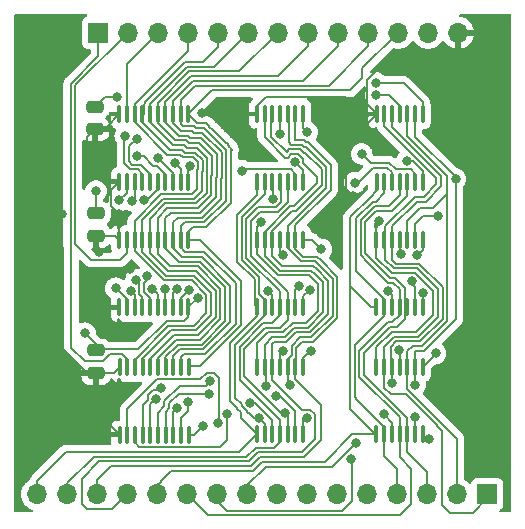
<source format=gbr>
%TF.GenerationSoftware,KiCad,Pcbnew,(6.0.0-0)*%
%TF.CreationDate,2022-01-18T20:37:00-05:00*%
%TF.ProjectId,Modules,4d6f6475-6c65-4732-9e6b-696361645f70,rev?*%
%TF.SameCoordinates,Original*%
%TF.FileFunction,Copper,L1,Top*%
%TF.FilePolarity,Positive*%
%FSLAX46Y46*%
G04 Gerber Fmt 4.6, Leading zero omitted, Abs format (unit mm)*
G04 Created by KiCad (PCBNEW (6.0.0-0)) date 2022-01-18 20:37:00*
%MOMM*%
%LPD*%
G01*
G04 APERTURE LIST*
G04 Aperture macros list*
%AMRoundRect*
0 Rectangle with rounded corners*
0 $1 Rounding radius*
0 $2 $3 $4 $5 $6 $7 $8 $9 X,Y pos of 4 corners*
0 Add a 4 corners polygon primitive as box body*
4,1,4,$2,$3,$4,$5,$6,$7,$8,$9,$2,$3,0*
0 Add four circle primitives for the rounded corners*
1,1,$1+$1,$2,$3*
1,1,$1+$1,$4,$5*
1,1,$1+$1,$6,$7*
1,1,$1+$1,$8,$9*
0 Add four rect primitives between the rounded corners*
20,1,$1+$1,$2,$3,$4,$5,0*
20,1,$1+$1,$4,$5,$6,$7,0*
20,1,$1+$1,$6,$7,$8,$9,0*
20,1,$1+$1,$8,$9,$2,$3,0*%
G04 Aperture macros list end*
%TA.AperFunction,SMDPad,CuDef*%
%ADD10RoundRect,0.250000X0.475000X-0.250000X0.475000X0.250000X-0.475000X0.250000X-0.475000X-0.250000X0*%
%TD*%
%TA.AperFunction,SMDPad,CuDef*%
%ADD11RoundRect,0.100000X0.100000X-0.637500X0.100000X0.637500X-0.100000X0.637500X-0.100000X-0.637500X0*%
%TD*%
%TA.AperFunction,ComponentPad*%
%ADD12R,1.700000X1.700000*%
%TD*%
%TA.AperFunction,ComponentPad*%
%ADD13O,1.700000X1.700000*%
%TD*%
%TA.AperFunction,ViaPad*%
%ADD14C,0.800000*%
%TD*%
%TA.AperFunction,Conductor*%
%ADD15C,0.200000*%
%TD*%
G04 APERTURE END LIST*
D10*
%TO.P,C1,1*%
%TO.N,VCC*%
X124950000Y-81425000D03*
%TO.P,C1,2*%
%TO.N,GND*%
X124950000Y-79525000D03*
%TD*%
D11*
%TO.P,U2,1*%
%TO.N,A0*%
X138675000Y-85862500D03*
%TO.P,U2,2*%
%TO.N,B0*%
X139325000Y-85862500D03*
%TO.P,U2,3*%
%TO.N,Net-(U6-Pad2)*%
X139975000Y-85862500D03*
%TO.P,U2,4*%
%TO.N,A1*%
X140625000Y-85862500D03*
%TO.P,U2,5*%
%TO.N,B1*%
X141275000Y-85862500D03*
%TO.P,U2,6*%
%TO.N,Net-(U6-Pad3)*%
X141925000Y-85862500D03*
%TO.P,U2,7,GND*%
%TO.N,GND*%
X142575000Y-85862500D03*
%TO.P,U2,8*%
%TO.N,Net-(U6-Pad4)*%
X142575000Y-80137500D03*
%TO.P,U2,9*%
%TO.N,A2*%
X141925000Y-80137500D03*
%TO.P,U2,10*%
%TO.N,B2*%
X141275000Y-80137500D03*
%TO.P,U2,11*%
%TO.N,Net-(U6-Pad5)*%
X140625000Y-80137500D03*
%TO.P,U2,12*%
%TO.N,A3*%
X139975000Y-80137500D03*
%TO.P,U2,13*%
%TO.N,B3*%
X139325000Y-80137500D03*
%TO.P,U2,14,VCC*%
%TO.N,VCC*%
X138675000Y-80137500D03*
%TD*%
%TO.P,U7,1*%
%TO.N,A0*%
X138675000Y-107262500D03*
%TO.P,U7,2*%
%TO.N,B0*%
X139325000Y-107262500D03*
%TO.P,U7,3*%
%TO.N,Net-(U1-Pad2)*%
X139975000Y-107262500D03*
%TO.P,U7,4*%
%TO.N,A1*%
X140625000Y-107262500D03*
%TO.P,U7,5*%
%TO.N,B1*%
X141275000Y-107262500D03*
%TO.P,U7,6*%
%TO.N,Net-(U7-Pad6)*%
X141925000Y-107262500D03*
%TO.P,U7,7,GND*%
%TO.N,GND*%
X142575000Y-107262500D03*
%TO.P,U7,8*%
%TO.N,Net-(U7-Pad8)*%
X142575000Y-101537500D03*
%TO.P,U7,9*%
%TO.N,A2*%
X141925000Y-101537500D03*
%TO.P,U7,10*%
%TO.N,B2*%
X141275000Y-101537500D03*
%TO.P,U7,11*%
%TO.N,Net-(U7-Pad11)*%
X140625000Y-101537500D03*
%TO.P,U7,12*%
%TO.N,A3*%
X139975000Y-101537500D03*
%TO.P,U7,13*%
%TO.N,B3*%
X139325000Y-101537500D03*
%TO.P,U7,14,VCC*%
%TO.N,VCC*%
X138675000Y-101537500D03*
%TD*%
%TO.P,U9,1,A->B*%
%TO.N,VCC*%
X127025000Y-96512500D03*
%TO.P,U9,2,A0*%
%TO.N,Net-(U3-Pad3)*%
X127675000Y-96512500D03*
%TO.P,U9,3,A1*%
%TO.N,Net-(U3-Pad6)*%
X128325000Y-96512500D03*
%TO.P,U9,4,A2*%
%TO.N,Net-(U3-Pad8)*%
X128975000Y-96512500D03*
%TO.P,U9,5,A3*%
%TO.N,Net-(U3-Pad11)*%
X129625000Y-96512500D03*
%TO.P,U9,6,A4*%
%TO.N,Net-(U5-Pad3)*%
X130275000Y-96512500D03*
%TO.P,U9,7,A5*%
%TO.N,Net-(U5-Pad6)*%
X130925000Y-96512500D03*
%TO.P,U9,8,A6*%
%TO.N,Net-(U5-Pad8)*%
X131575000Y-96512500D03*
%TO.P,U9,9,A7*%
%TO.N,Net-(U5-Pad11)*%
X132225000Y-96512500D03*
%TO.P,U9,10,GND*%
%TO.N,GND*%
X132875000Y-96512500D03*
%TO.P,U9,11,B7*%
%TO.N,Q7*%
X132875000Y-90787500D03*
%TO.P,U9,12,B6*%
%TO.N,Q6*%
X132225000Y-90787500D03*
%TO.P,U9,13,B5*%
%TO.N,Q5*%
X131575000Y-90787500D03*
%TO.P,U9,14,B4*%
%TO.N,Q4*%
X130925000Y-90787500D03*
%TO.P,U9,15,B3*%
%TO.N,Q3*%
X130275000Y-90787500D03*
%TO.P,U9,16,B2*%
%TO.N,Q2*%
X129625000Y-90787500D03*
%TO.P,U9,17,B1*%
%TO.N,Q1*%
X128975000Y-90787500D03*
%TO.P,U9,18,B0*%
%TO.N,Q0*%
X128325000Y-90787500D03*
%TO.P,U9,19,CE*%
%TO.N,~{OR}*%
X127675000Y-90787500D03*
%TO.P,U9,20,VCC*%
%TO.N,VCC*%
X127025000Y-90787500D03*
%TD*%
%TO.P,U1,1,A->B*%
%TO.N,VCC*%
X127050000Y-107287500D03*
%TO.P,U1,2,A0*%
%TO.N,Net-(U1-Pad2)*%
X127700000Y-107287500D03*
%TO.P,U1,3,A1*%
%TO.N,Net-(U7-Pad6)*%
X128350000Y-107287500D03*
%TO.P,U1,4,A2*%
%TO.N,Net-(U7-Pad8)*%
X129000000Y-107287500D03*
%TO.P,U1,5,A3*%
%TO.N,Net-(U7-Pad11)*%
X129650000Y-107287500D03*
%TO.P,U1,6,A4*%
%TO.N,Net-(U8-Pad3)*%
X130300000Y-107287500D03*
%TO.P,U1,7,A5*%
%TO.N,Net-(U8-Pad6)*%
X130950000Y-107287500D03*
%TO.P,U1,8,A6*%
%TO.N,Net-(U8-Pad8)*%
X131600000Y-107287500D03*
%TO.P,U1,9,A7*%
%TO.N,Net-(U8-Pad11)*%
X132250000Y-107287500D03*
%TO.P,U1,10,GND*%
%TO.N,GND*%
X132900000Y-107287500D03*
%TO.P,U1,11,B7*%
%TO.N,Q7*%
X132900000Y-101562500D03*
%TO.P,U1,12,B6*%
%TO.N,Q6*%
X132250000Y-101562500D03*
%TO.P,U1,13,B5*%
%TO.N,Q5*%
X131600000Y-101562500D03*
%TO.P,U1,14,B4*%
%TO.N,Q4*%
X130950000Y-101562500D03*
%TO.P,U1,15,B3*%
%TO.N,Q3*%
X130300000Y-101562500D03*
%TO.P,U1,16,B2*%
%TO.N,Q2*%
X129650000Y-101562500D03*
%TO.P,U1,17,B1*%
%TO.N,Q1*%
X129000000Y-101562500D03*
%TO.P,U1,18,B0*%
%TO.N,Q0*%
X128350000Y-101562500D03*
%TO.P,U1,19,CE*%
%TO.N,~{XOR}*%
X127700000Y-101562500D03*
%TO.P,U1,20,VCC*%
%TO.N,VCC*%
X127050000Y-101562500D03*
%TD*%
%TO.P,U5,1*%
%TO.N,A4*%
X148800000Y-96487500D03*
%TO.P,U5,2*%
%TO.N,B4*%
X149450000Y-96487500D03*
%TO.P,U5,3*%
%TO.N,Net-(U5-Pad3)*%
X150100000Y-96487500D03*
%TO.P,U5,4*%
%TO.N,A5*%
X150750000Y-96487500D03*
%TO.P,U5,5*%
%TO.N,B5*%
X151400000Y-96487500D03*
%TO.P,U5,6*%
%TO.N,Net-(U5-Pad6)*%
X152050000Y-96487500D03*
%TO.P,U5,7,GND*%
%TO.N,GND*%
X152700000Y-96487500D03*
%TO.P,U5,8*%
%TO.N,Net-(U5-Pad8)*%
X152700000Y-90762500D03*
%TO.P,U5,9*%
%TO.N,A6*%
X152050000Y-90762500D03*
%TO.P,U5,10*%
%TO.N,B6*%
X151400000Y-90762500D03*
%TO.P,U5,11*%
%TO.N,Net-(U5-Pad11)*%
X150750000Y-90762500D03*
%TO.P,U5,12*%
%TO.N,A7*%
X150100000Y-90762500D03*
%TO.P,U5,13*%
%TO.N,B7*%
X149450000Y-90762500D03*
%TO.P,U5,14,VCC*%
%TO.N,VCC*%
X148800000Y-90762500D03*
%TD*%
%TO.P,U6,1,A->B*%
%TO.N,VCC*%
X127025000Y-85862500D03*
%TO.P,U6,2,A0*%
%TO.N,Net-(U6-Pad2)*%
X127675000Y-85862500D03*
%TO.P,U6,3,A1*%
%TO.N,Net-(U6-Pad3)*%
X128325000Y-85862500D03*
%TO.P,U6,4,A2*%
%TO.N,Net-(U6-Pad4)*%
X128975000Y-85862500D03*
%TO.P,U6,5,A3*%
%TO.N,Net-(U6-Pad5)*%
X129625000Y-85862500D03*
%TO.P,U6,6,A4*%
%TO.N,Net-(U6-Pad6)*%
X130275000Y-85862500D03*
%TO.P,U6,7,A5*%
%TO.N,Net-(U6-Pad7)*%
X130925000Y-85862500D03*
%TO.P,U6,8,A6*%
%TO.N,Net-(U6-Pad8)*%
X131575000Y-85862500D03*
%TO.P,U6,9,A7*%
%TO.N,Net-(U6-Pad9)*%
X132225000Y-85862500D03*
%TO.P,U6,10,GND*%
%TO.N,GND*%
X132875000Y-85862500D03*
%TO.P,U6,11,B7*%
%TO.N,Q7*%
X132875000Y-80137500D03*
%TO.P,U6,12,B6*%
%TO.N,Q6*%
X132225000Y-80137500D03*
%TO.P,U6,13,B5*%
%TO.N,Q5*%
X131575000Y-80137500D03*
%TO.P,U6,14,B4*%
%TO.N,Q4*%
X130925000Y-80137500D03*
%TO.P,U6,15,B3*%
%TO.N,Q3*%
X130275000Y-80137500D03*
%TO.P,U6,16,B2*%
%TO.N,Q2*%
X129625000Y-80137500D03*
%TO.P,U6,17,B1*%
%TO.N,Q1*%
X128975000Y-80137500D03*
%TO.P,U6,18,B0*%
%TO.N,Q0*%
X128325000Y-80137500D03*
%TO.P,U6,19,CE*%
%TO.N,~{AND}*%
X127675000Y-80137500D03*
%TO.P,U6,20,VCC*%
%TO.N,VCC*%
X127025000Y-80137500D03*
%TD*%
D10*
%TO.P,C3,1*%
%TO.N,VCC*%
X125050000Y-102050000D03*
%TO.P,C3,2*%
%TO.N,GND*%
X125050000Y-100150000D03*
%TD*%
D11*
%TO.P,U8,1*%
%TO.N,A4*%
X148800000Y-107262500D03*
%TO.P,U8,2*%
%TO.N,B4*%
X149450000Y-107262500D03*
%TO.P,U8,3*%
%TO.N,Net-(U8-Pad3)*%
X150100000Y-107262500D03*
%TO.P,U8,4*%
%TO.N,A5*%
X150750000Y-107262500D03*
%TO.P,U8,5*%
%TO.N,B5*%
X151400000Y-107262500D03*
%TO.P,U8,6*%
%TO.N,Net-(U8-Pad6)*%
X152050000Y-107262500D03*
%TO.P,U8,7,GND*%
%TO.N,GND*%
X152700000Y-107262500D03*
%TO.P,U8,8*%
%TO.N,Net-(U8-Pad8)*%
X152700000Y-101537500D03*
%TO.P,U8,9*%
%TO.N,A6*%
X152050000Y-101537500D03*
%TO.P,U8,10*%
%TO.N,B6*%
X151400000Y-101537500D03*
%TO.P,U8,11*%
%TO.N,Net-(U8-Pad11)*%
X150750000Y-101537500D03*
%TO.P,U8,12*%
%TO.N,A7*%
X150100000Y-101537500D03*
%TO.P,U8,13*%
%TO.N,B7*%
X149450000Y-101537500D03*
%TO.P,U8,14,VCC*%
%TO.N,VCC*%
X148800000Y-101537500D03*
%TD*%
D10*
%TO.P,C2,1*%
%TO.N,VCC*%
X125050000Y-90450000D03*
%TO.P,C2,2*%
%TO.N,GND*%
X125050000Y-88550000D03*
%TD*%
D11*
%TO.P,U4,1*%
%TO.N,A4*%
X148825000Y-85862500D03*
%TO.P,U4,2*%
%TO.N,B4*%
X149475000Y-85862500D03*
%TO.P,U4,3*%
%TO.N,Net-(U6-Pad6)*%
X150125000Y-85862500D03*
%TO.P,U4,4*%
%TO.N,A5*%
X150775000Y-85862500D03*
%TO.P,U4,5*%
%TO.N,B5*%
X151425000Y-85862500D03*
%TO.P,U4,6*%
%TO.N,Net-(U6-Pad7)*%
X152075000Y-85862500D03*
%TO.P,U4,7,GND*%
%TO.N,GND*%
X152725000Y-85862500D03*
%TO.P,U4,8*%
%TO.N,Net-(U6-Pad8)*%
X152725000Y-80137500D03*
%TO.P,U4,9*%
%TO.N,A6*%
X152075000Y-80137500D03*
%TO.P,U4,10*%
%TO.N,B6*%
X151425000Y-80137500D03*
%TO.P,U4,11*%
%TO.N,Net-(U6-Pad9)*%
X150775000Y-80137500D03*
%TO.P,U4,12*%
%TO.N,A7*%
X150125000Y-80137500D03*
%TO.P,U4,13*%
%TO.N,B7*%
X149475000Y-80137500D03*
%TO.P,U4,14,VCC*%
%TO.N,VCC*%
X148825000Y-80137500D03*
%TD*%
%TO.P,U3,1*%
%TO.N,A0*%
X138675000Y-96512500D03*
%TO.P,U3,2*%
%TO.N,B0*%
X139325000Y-96512500D03*
%TO.P,U3,3*%
%TO.N,Net-(U3-Pad3)*%
X139975000Y-96512500D03*
%TO.P,U3,4*%
%TO.N,A1*%
X140625000Y-96512500D03*
%TO.P,U3,5*%
%TO.N,B1*%
X141275000Y-96512500D03*
%TO.P,U3,6*%
%TO.N,Net-(U3-Pad6)*%
X141925000Y-96512500D03*
%TO.P,U3,7,GND*%
%TO.N,GND*%
X142575000Y-96512500D03*
%TO.P,U3,8*%
%TO.N,Net-(U3-Pad8)*%
X142575000Y-90787500D03*
%TO.P,U3,9*%
%TO.N,A2*%
X141925000Y-90787500D03*
%TO.P,U3,10*%
%TO.N,B2*%
X141275000Y-90787500D03*
%TO.P,U3,11*%
%TO.N,Net-(U3-Pad11)*%
X140625000Y-90787500D03*
%TO.P,U3,12*%
%TO.N,A3*%
X139975000Y-90787500D03*
%TO.P,U3,13*%
%TO.N,B3*%
X139325000Y-90787500D03*
%TO.P,U3,14,VCC*%
%TO.N,VCC*%
X138675000Y-90787500D03*
%TD*%
D12*
%TO.P,J1,1,Pin_1*%
%TO.N,B7*%
X158175000Y-112325000D03*
D13*
%TO.P,J1,2,Pin_2*%
%TO.N,B6*%
X155635000Y-112325000D03*
%TO.P,J1,3,Pin_3*%
%TO.N,B5*%
X153095000Y-112325000D03*
%TO.P,J1,4,Pin_4*%
%TO.N,B4*%
X150555000Y-112325000D03*
%TO.P,J1,5,Pin_5*%
%TO.N,B3*%
X148015000Y-112325000D03*
%TO.P,J1,6,Pin_6*%
%TO.N,B2*%
X145475000Y-112325000D03*
%TO.P,J1,7,Pin_7*%
%TO.N,B1*%
X142935000Y-112325000D03*
%TO.P,J1,8,Pin_8*%
%TO.N,B0*%
X140395000Y-112325000D03*
%TO.P,J1,9,Pin_9*%
%TO.N,A7*%
X137855000Y-112325000D03*
%TO.P,J1,10,Pin_10*%
%TO.N,A6*%
X135315000Y-112325000D03*
%TO.P,J1,11,Pin_11*%
%TO.N,A5*%
X132775000Y-112325000D03*
%TO.P,J1,12,Pin_12*%
%TO.N,A4*%
X130235000Y-112325000D03*
%TO.P,J1,13,Pin_13*%
%TO.N,A3*%
X127695000Y-112325000D03*
%TO.P,J1,14,Pin_14*%
%TO.N,A2*%
X125155000Y-112325000D03*
%TO.P,J1,15,Pin_15*%
%TO.N,A1*%
X122615000Y-112325000D03*
%TO.P,J1,16,Pin_16*%
%TO.N,A0*%
X120075000Y-112325000D03*
%TD*%
D12*
%TO.P,JC,1,Pin_1*%
%TO.N,~{XOR}*%
X125225000Y-73250000D03*
D13*
%TO.P,JC,2,Pin_2*%
%TO.N,~{OR}*%
X127765000Y-73250000D03*
%TO.P,JC,3,Pin_3*%
%TO.N,~{AND}*%
X130305000Y-73250000D03*
%TO.P,JC,4,Pin_4*%
%TO.N,Q0*%
X132845000Y-73250000D03*
%TO.P,JC,5,Pin_5*%
%TO.N,Q1*%
X135385000Y-73250000D03*
%TO.P,JC,6,Pin_6*%
%TO.N,Q2*%
X137925000Y-73250000D03*
%TO.P,JC,7,Pin_7*%
%TO.N,Q3*%
X140465000Y-73250000D03*
%TO.P,JC,8,Pin_8*%
%TO.N,Q4*%
X143005000Y-73250000D03*
%TO.P,JC,9,Pin_9*%
%TO.N,Q5*%
X145545000Y-73250000D03*
%TO.P,JC,10,Pin_10*%
%TO.N,Q6*%
X148085000Y-73250000D03*
%TO.P,JC,11,Pin_11*%
%TO.N,Q7*%
X150625000Y-73250000D03*
%TO.P,JC,12,Pin_12*%
%TO.N,GND*%
X153165000Y-73250000D03*
%TO.P,JC,13,Pin_13*%
%TO.N,VCC*%
X155705000Y-73250000D03*
%TD*%
D14*
%TO.N,A6*%
X154025000Y-88725000D03*
X152099500Y-103075000D03*
X155498032Y-85626968D03*
X146675000Y-109300000D03*
%TO.N,A7*%
X150149500Y-102875000D03*
X147030378Y-107955378D03*
%TO.N,B0*%
X138826821Y-105903994D03*
%TO.N,B1*%
X141036789Y-105422546D03*
%TO.N,B2*%
X141491133Y-103116132D03*
%TO.N,B3*%
X139442579Y-103150499D03*
%TO.N,GND*%
X133656755Y-95706755D03*
X153250500Y-107613583D03*
X151350527Y-84125980D03*
X126800000Y-78700000D03*
X132986637Y-84515550D03*
X125050000Y-86650000D03*
X134100000Y-106525000D03*
X124117878Y-98682122D03*
X141874701Y-84210987D03*
X142875000Y-105850000D03*
X152749500Y-95316167D03*
X143150000Y-95000000D03*
%TO.N,VCC*%
X146850000Y-87100000D03*
X139054373Y-89279852D03*
X127025000Y-88600000D03*
X124325000Y-83175000D03*
X122200989Y-88600000D03*
X149050000Y-89150000D03*
X127906695Y-93254062D03*
X134025000Y-80050000D03*
X125275000Y-91775000D03*
%TO.N,Net-(U7-Pad6)*%
X136160756Y-105535756D03*
X140330098Y-104023545D03*
%TO.N,Net-(U7-Pad8)*%
X143225000Y-100225000D03*
X130571109Y-103300849D03*
%TO.N,Net-(U7-Pad11)*%
X140912075Y-100236125D03*
X130150500Y-104222353D03*
%TO.N,Net-(U8-Pad3)*%
X134725000Y-102750000D03*
X149406686Y-105567442D03*
%TO.N,Net-(U8-Pad6)*%
X134657933Y-103822249D03*
X152095689Y-105822831D03*
%TO.N,Net-(U1-Pad2)*%
X138086131Y-104599625D03*
X135375000Y-106275000D03*
%TO.N,Net-(U8-Pad8)*%
X153800989Y-100403304D03*
X131949011Y-105016798D03*
%TO.N,Net-(U8-Pad11)*%
X150700500Y-100149011D03*
X132824643Y-104521749D03*
%TO.N,Net-(U6-Pad2)*%
X127025000Y-87450000D03*
X140000000Y-87300000D03*
%TO.N,Net-(U6-Pad3)*%
X137375000Y-84925000D03*
X128123208Y-87466036D03*
%TO.N,Net-(U6-Pad4)*%
X142924507Y-81665028D03*
X127522388Y-81991926D03*
%TO.N,Net-(U6-Pad5)*%
X128499058Y-82204344D03*
X140632122Y-81807122D03*
%TO.N,Net-(U6-Pad6)*%
X146950000Y-85949500D03*
X129119201Y-87382359D03*
%TO.N,Net-(U6-Pad7)*%
X128546293Y-83726470D03*
X147549260Y-83511487D03*
%TO.N,Net-(U6-Pad8)*%
X130325000Y-83825000D03*
X148775000Y-77500000D03*
%TO.N,Net-(U6-Pad9)*%
X148725000Y-78550000D03*
X131735744Y-84271080D03*
%TO.N,Net-(U3-Pad3)*%
X126725000Y-94875000D03*
X139575000Y-95075000D03*
%TO.N,Net-(U3-Pad6)*%
X128025000Y-95075000D03*
X142200000Y-94650000D03*
%TO.N,Net-(U3-Pad8)*%
X128450000Y-94150000D03*
X144137456Y-91596618D03*
%TO.N,Net-(U3-Pad11)*%
X129403109Y-93849018D03*
X140849210Y-92044001D03*
%TO.N,Net-(U5-Pad3)*%
X149779048Y-95099021D03*
X129831526Y-94917283D03*
%TO.N,Net-(U5-Pad6)*%
X130876743Y-94973257D03*
X151775000Y-94300000D03*
%TO.N,Net-(U5-Pad8)*%
X152250000Y-92101978D03*
X131875000Y-94921083D03*
%TO.N,Net-(U5-Pad11)*%
X150856181Y-91970232D03*
X132950000Y-95000000D03*
%TD*%
D15*
%TO.N,A0*%
X120075000Y-111175000D02*
X122500000Y-108750000D01*
X136426467Y-99478555D02*
X136426467Y-104467958D01*
X137000639Y-105042130D02*
X137000640Y-105068373D01*
X138475989Y-94125989D02*
X138475989Y-96313489D01*
X137000640Y-105068373D02*
X137300988Y-105368721D01*
X120075000Y-111175000D02*
X120075000Y-112325000D01*
X138675000Y-86975000D02*
X136975000Y-88675001D01*
X137300988Y-105368721D02*
X137300988Y-105888488D01*
X138675000Y-96512500D02*
X138675000Y-97230022D01*
X122500000Y-108750000D02*
X137187500Y-108750000D01*
X138675000Y-97230022D02*
X136426467Y-99478555D01*
X136975001Y-92625001D02*
X138475989Y-94125989D01*
X138675000Y-85862500D02*
X138675000Y-86975000D01*
X137187500Y-108750000D02*
X138675000Y-107262500D01*
X136426467Y-104467958D02*
X137000639Y-105042130D01*
X136975000Y-88675001D02*
X136975001Y-92625001D01*
X138475989Y-96313489D02*
X138675000Y-96512500D01*
X137300988Y-105888488D02*
X138675000Y-107262500D01*
%TO.N,A1*%
X137225490Y-102610497D02*
X140189993Y-105575000D01*
X140625000Y-107262500D02*
X140625000Y-107915006D01*
X140625000Y-85862500D02*
X140699501Y-85937001D01*
X124850489Y-109149511D02*
X122615000Y-111385000D01*
X140625000Y-97170014D02*
X139969035Y-97825979D01*
X140625000Y-106000000D02*
X140625000Y-107262500D01*
X139095982Y-97949030D02*
X137225490Y-99819523D01*
X140625000Y-95135755D02*
X140625000Y-96512500D01*
X137225490Y-99819523D02*
X137225490Y-102610497D01*
X138780487Y-87999501D02*
X137774022Y-89005966D01*
X137774022Y-92284777D02*
X140625000Y-95135755D01*
X140699501Y-85937001D02*
X140699501Y-87589744D01*
X138563067Y-108376957D02*
X137790513Y-109149511D01*
X140189993Y-105575000D02*
X140200000Y-105575000D01*
X140625000Y-107915006D02*
X140163049Y-108376957D01*
X140289744Y-87999501D02*
X138780487Y-87999501D01*
X137774022Y-89005966D02*
X137774022Y-92284777D01*
X140625000Y-96512500D02*
X140625000Y-97170014D01*
X139229020Y-97825979D02*
X139105968Y-97949031D01*
X139105968Y-97949031D02*
X139095982Y-97949030D01*
X137790513Y-109149511D02*
X124850489Y-109149511D01*
X122615000Y-111385000D02*
X122615000Y-112325000D01*
X140699501Y-87589744D02*
X140289744Y-87999501D01*
X140200000Y-105575000D02*
X140625000Y-106000000D01*
X140163049Y-108376957D02*
X138563067Y-108376957D01*
X139969035Y-97825979D02*
X139229020Y-97825979D01*
%TO.N,A2*%
X141925000Y-89550000D02*
X144950000Y-86525000D01*
X143786935Y-92201958D02*
X142567718Y-92201958D01*
X142567718Y-92201958D02*
X141925000Y-91559240D01*
X138196484Y-109948532D02*
X138969037Y-109175978D01*
X141925000Y-91559240D02*
X141925000Y-90787500D01*
X142669034Y-109175978D02*
X144124011Y-107721001D01*
X145498041Y-97386934D02*
X145498041Y-93898791D01*
X145498041Y-93898791D02*
X144076708Y-92477458D01*
X144950000Y-86525000D02*
X144950000Y-84475000D01*
X142011086Y-99913914D02*
X142500000Y-99425000D01*
X142011086Y-101451414D02*
X142011086Y-99913914D01*
X141925000Y-101537500D02*
X142011086Y-101451414D01*
X142660893Y-82312954D02*
X141925000Y-82312954D01*
X142500000Y-99425000D02*
X143459977Y-99425000D01*
X144950000Y-84475000D02*
X142975000Y-82500000D01*
X144076708Y-92477458D02*
X144062434Y-92477458D01*
X141925000Y-90787500D02*
X141925000Y-89550000D01*
X142847939Y-82500000D02*
X142660893Y-82312954D01*
X144124011Y-104759766D02*
X141925000Y-102560755D01*
X144124011Y-107721001D02*
X144124011Y-104759766D01*
X142975000Y-82500000D02*
X142847939Y-82500000D01*
X143459977Y-99425000D02*
X145498041Y-97386934D01*
X125155000Y-112325000D02*
X125155000Y-111095000D01*
X141925000Y-102560755D02*
X141925000Y-101537500D01*
X125155000Y-111095000D02*
X126301468Y-109948532D01*
X126301468Y-109948532D02*
X138196484Y-109948532D01*
X138969037Y-109175978D02*
X142669034Y-109175978D01*
X144062434Y-92477458D02*
X143786935Y-92201958D01*
X141925000Y-82312954D02*
X141925000Y-80137500D01*
%TO.N,A3*%
X139900499Y-80212001D02*
X139975000Y-80137500D01*
X123850000Y-113125000D02*
X124325000Y-113600000D01*
X142456823Y-105150499D02*
X139975000Y-102668676D01*
X143574501Y-107680522D02*
X143574501Y-105560256D01*
X138803555Y-108776467D02*
X142478556Y-108776467D01*
X139975000Y-90029239D02*
X141654239Y-88350000D01*
X144150978Y-84805966D02*
X142771000Y-83425988D01*
X144150978Y-86174022D02*
X144150978Y-84805966D01*
X123850000Y-111025000D02*
X125325978Y-109549022D01*
X141183602Y-83347847D02*
X139900499Y-82064744D01*
X142329927Y-83111975D02*
X142643941Y-83425988D01*
X123850000Y-111025000D02*
X123850000Y-113125000D01*
X125325978Y-109549022D02*
X138031000Y-109549022D01*
X139975000Y-102668676D02*
X139975000Y-101537500D01*
X142478556Y-108776467D02*
X143574501Y-107680522D01*
X143731466Y-93276478D02*
X143745712Y-93276478D01*
X144699020Y-97055968D02*
X143129008Y-98625979D01*
X138031000Y-109549022D02*
X138803555Y-108776467D01*
X141419473Y-83111976D02*
X141183602Y-83347847D01*
X140816942Y-93000978D02*
X143455968Y-93000980D01*
X142004009Y-98625978D02*
X141180964Y-99449022D01*
X143129008Y-98625979D02*
X142004009Y-98625978D01*
X141975000Y-88350000D02*
X144150978Y-86174022D01*
X142329927Y-83111975D02*
X141419473Y-83111976D01*
X126420000Y-113600000D02*
X127695000Y-112325000D01*
X140150499Y-99449022D02*
X139975000Y-99624521D01*
X139975000Y-90787500D02*
X139975000Y-90029239D01*
X142771000Y-83425988D02*
X142643941Y-83425988D01*
X124325000Y-113600000D02*
X126420000Y-113600000D01*
X139900499Y-82064744D02*
X139900499Y-80212001D01*
X143455968Y-93000980D02*
X143731466Y-93276478D01*
X144699020Y-94229786D02*
X144699020Y-97055968D01*
X139975000Y-92159036D02*
X140816942Y-93000978D01*
X143164744Y-105150499D02*
X142456823Y-105150499D01*
X143574501Y-105560256D02*
X143164744Y-105150499D01*
X139975000Y-90787500D02*
X139975000Y-92159036D01*
X141180964Y-99449022D02*
X140150499Y-99449022D01*
X143745712Y-93276478D02*
X144699020Y-94229786D01*
X141654239Y-88350000D02*
X141975000Y-88350000D01*
X139975000Y-99624521D02*
X139975000Y-101537500D01*
%TO.N,A4*%
X131411957Y-110348043D02*
X130550000Y-111210000D01*
X148303551Y-87138969D02*
X148303548Y-87138969D01*
X130550000Y-111250000D02*
X130235000Y-111565000D01*
X130235000Y-111565000D02*
X130235000Y-112325000D01*
X146740634Y-107255877D02*
X144421022Y-109575489D01*
X148793377Y-107255877D02*
X146740634Y-107255877D01*
X148303548Y-87138969D02*
X146551467Y-88891050D01*
X148800000Y-85925000D02*
X148800000Y-86642520D01*
X146551467Y-88891050D02*
X146551467Y-105076467D01*
X148800000Y-86642520D02*
X148303551Y-87138969D01*
X138361966Y-110348043D02*
X131411957Y-110348043D01*
X148800000Y-96487500D02*
X148312500Y-96487500D01*
X139134520Y-109575489D02*
X138361966Y-110348043D01*
X144421022Y-109575489D02*
X139134520Y-109575489D01*
X148800000Y-107262500D02*
X148793377Y-107255877D01*
X130550000Y-111210000D02*
X130550000Y-111250000D01*
X146551467Y-105076467D02*
X148800000Y-107325000D01*
X148312500Y-96487500D02*
X146550000Y-94725000D01*
%TO.N,A5*%
X148000978Y-92650197D02*
X148235007Y-92884224D01*
X150144035Y-97775979D02*
X149744032Y-97775980D01*
X147350491Y-102411246D02*
X150750000Y-105810755D01*
X149750308Y-94399521D02*
X150188766Y-94399521D01*
X134549511Y-114099511D02*
X150825489Y-114099511D01*
X150750000Y-94960755D02*
X150750000Y-97170014D01*
X149744032Y-97775980D02*
X147350490Y-100169523D01*
X150750000Y-105810755D02*
X150750000Y-107325000D01*
X150750000Y-109175000D02*
X150750000Y-107262500D01*
X147350490Y-100169523D02*
X147350491Y-102411246D01*
X150750000Y-97170014D02*
X150144035Y-97775979D01*
X148000978Y-92650192D02*
X148000978Y-92650197D01*
X150825489Y-114099511D02*
X151750000Y-113175000D01*
X147450489Y-89122018D02*
X147450490Y-92099704D01*
X147450490Y-92099704D02*
X148000978Y-92650192D01*
X148634516Y-87937990D02*
X147450489Y-89122018D01*
X148235007Y-92884224D02*
X148235010Y-92884224D01*
X149837010Y-87937990D02*
X148634516Y-87937990D01*
X132775000Y-112325000D02*
X134549511Y-114099511D01*
X150750000Y-87025000D02*
X149837010Y-87937990D01*
X151750000Y-113175000D02*
X151750000Y-110175000D01*
X148235010Y-92884224D02*
X149750308Y-94399521D01*
X151750000Y-110175000D02*
X150750000Y-109175000D01*
X150188766Y-94399521D02*
X150750000Y-94960755D01*
X150750000Y-85925000D02*
X150750000Y-87025000D01*
%TO.N,A6*%
X155498032Y-85488057D02*
X155498032Y-97511940D01*
X152075000Y-80225000D02*
X152075000Y-82065025D01*
X146700000Y-109325000D02*
X146675000Y-109300000D01*
X152750000Y-88750000D02*
X154000000Y-88750000D01*
X136150000Y-113700000D02*
X145900000Y-113700000D01*
X152836929Y-100173043D02*
X152050000Y-100173043D01*
X155498032Y-97511940D02*
X152836929Y-100173043D01*
X152050000Y-101537500D02*
X152050000Y-103025500D01*
X145900000Y-113700000D02*
X146700000Y-112900000D01*
X152075000Y-82065025D02*
X155498032Y-85488057D01*
X152050000Y-103025500D02*
X152099500Y-103075000D01*
X152050000Y-90762500D02*
X152050000Y-89450000D01*
X152050000Y-89450000D02*
X152750000Y-88750000D01*
X146700000Y-112900000D02*
X146700000Y-109325000D01*
X135315000Y-112325000D02*
X135315000Y-112865000D01*
X152050000Y-80200000D02*
X152075000Y-80225000D01*
X152050000Y-100173043D02*
X152050000Y-101600000D01*
X154000000Y-88750000D02*
X154025000Y-88725000D01*
X135315000Y-112865000D02*
X136150000Y-113700000D01*
%TO.N,A7*%
X152420712Y-92801479D02*
X154399021Y-94779788D01*
X150000999Y-101500999D02*
X150100000Y-101600000D01*
X150100000Y-81220012D02*
X154275978Y-85395991D01*
X150465216Y-99374021D02*
X150000999Y-99838238D01*
X150100000Y-80200000D02*
X150100000Y-81220012D01*
X154275978Y-85395991D02*
X154275977Y-86236523D01*
X152962499Y-87550000D02*
X152204238Y-87550000D01*
X150125499Y-92514740D02*
X150412236Y-92801477D01*
X154399021Y-97480966D02*
X152505966Y-99374021D01*
X145010756Y-109975000D02*
X147030378Y-107955378D01*
X139405000Y-109975000D02*
X145010756Y-109975000D01*
X150000999Y-99838238D02*
X150000999Y-101500999D01*
X150125499Y-89628739D02*
X150125499Y-92514740D01*
X137855000Y-111525000D02*
X139405000Y-109975000D01*
X152204238Y-87550000D02*
X150125499Y-89628739D01*
X150100000Y-101537500D02*
X150100000Y-102825500D01*
X150100000Y-102825500D02*
X150149500Y-102875000D01*
X154399021Y-94779788D02*
X154399021Y-97480966D01*
X152505966Y-99374021D02*
X150465216Y-99374021D01*
X150412236Y-92801477D02*
X152420712Y-92801479D01*
X154275977Y-86236523D02*
X152962499Y-87550000D01*
%TO.N,B0*%
X137816579Y-105312646D02*
X137865116Y-105361183D01*
X136825978Y-99654038D02*
X136825978Y-104140223D01*
X137386630Y-104889369D02*
X137809907Y-105312646D01*
X139325000Y-96512500D02*
X139325000Y-97165006D01*
X138875499Y-93960505D02*
X138875499Y-95410493D01*
X137868118Y-105361183D02*
X137880436Y-105373501D01*
X139325000Y-86889994D02*
X137374511Y-88840483D01*
X138464749Y-105903994D02*
X138826821Y-105903994D01*
X137998282Y-105437527D02*
X138464749Y-105903994D01*
X139325000Y-97165006D02*
X138940486Y-97549520D01*
X138875499Y-95410493D02*
X139325000Y-95859994D01*
X136825978Y-104140223D02*
X137386630Y-104700875D01*
X137964038Y-105437527D02*
X137998282Y-105437527D01*
X137374511Y-92459517D02*
X138875499Y-93960505D01*
X139325000Y-95859994D02*
X139325000Y-96512500D01*
X139325000Y-85862500D02*
X139325000Y-86889994D01*
X138930498Y-97549520D02*
X136825978Y-99654038D01*
X137951792Y-105428290D02*
X137954801Y-105428290D01*
X137809907Y-105312646D02*
X137816579Y-105312646D01*
X138940486Y-97549520D02*
X138930498Y-97549520D01*
X139325000Y-107262500D02*
X139325000Y-106402173D01*
X137865116Y-105361183D02*
X137868118Y-105361183D01*
X137954801Y-105428290D02*
X137964038Y-105437527D01*
X137386630Y-104700875D02*
X137386630Y-104889369D01*
X139325000Y-106402173D02*
X138826821Y-105903994D01*
X137897003Y-105373501D02*
X137951792Y-105428290D01*
X137880436Y-105373501D02*
X137897003Y-105373501D01*
X137374511Y-88840483D02*
X137374511Y-92459517D01*
%TO.N,B1*%
X141275000Y-97540971D02*
X140590482Y-98225489D01*
X140701785Y-105422546D02*
X141036789Y-105422546D01*
X139261448Y-98348558D02*
X137625001Y-99985005D01*
X141275000Y-87579238D02*
X140455226Y-88399012D01*
X139271434Y-98348558D02*
X139261448Y-98348558D01*
X141275000Y-107262500D02*
X141275000Y-105660757D01*
X141275000Y-105660757D02*
X141036789Y-105422546D01*
X138945970Y-88399011D02*
X140455226Y-88399012D01*
X137625001Y-99985005D02*
X137625001Y-102345762D01*
X138173533Y-92119295D02*
X141275000Y-95220762D01*
X140590482Y-98225489D02*
X139394503Y-98225489D01*
X138945970Y-88399012D02*
X138173533Y-89171449D01*
X139394503Y-98225489D02*
X139271434Y-98348558D01*
X141275000Y-96512500D02*
X141275000Y-97540971D01*
X137625001Y-102345762D02*
X140701785Y-105422546D01*
X141275000Y-95220762D02*
X141275000Y-96512500D01*
X141275000Y-85862500D02*
X141275000Y-87579238D01*
X138173533Y-89171449D02*
X138173533Y-92119295D01*
%TO.N,B2*%
X142328479Y-99025489D02*
X141611576Y-99742392D01*
X143621452Y-92601470D02*
X143896948Y-92876967D01*
X141275000Y-91474234D02*
X142402234Y-92601468D01*
X141597472Y-82712465D02*
X142495411Y-82712465D01*
X141275000Y-101537500D02*
X141275000Y-102899999D01*
X141611576Y-100525869D02*
X141275000Y-100862445D01*
X144550489Y-86359518D02*
X141275000Y-89635007D01*
X141374501Y-82489494D02*
X141597472Y-82712465D01*
X143896948Y-92876967D02*
X143911196Y-92876968D01*
X141374501Y-80237001D02*
X141374501Y-82489494D01*
X145098530Y-97221452D02*
X143294490Y-99025490D01*
X141275000Y-90787500D02*
X141275000Y-91474234D01*
X142495411Y-82712465D02*
X142687524Y-82904578D01*
X142402234Y-92601468D02*
X143621452Y-92601470D01*
X144550489Y-84640484D02*
X144550489Y-86359518D01*
X142687524Y-82904578D02*
X142814583Y-82904578D01*
X141275000Y-102899999D02*
X141491133Y-103116132D01*
X143294490Y-99025490D02*
X142328479Y-99025489D01*
X141275000Y-80137500D02*
X141374501Y-80237001D01*
X141275000Y-100862445D02*
X141275000Y-101537500D01*
X142814583Y-82904578D02*
X144550489Y-84640484D01*
X145098530Y-94064302D02*
X145098530Y-97221452D01*
X141275000Y-89635007D02*
X141275000Y-90787500D01*
X143911196Y-92876968D02*
X145098530Y-94064302D01*
X141611576Y-99742392D02*
X141611576Y-100525869D01*
%TO.N,B3*%
X141270944Y-83825499D02*
X141584957Y-83511486D01*
X144299510Y-94395271D02*
X144299510Y-96890484D01*
X140615483Y-93400489D02*
X143290484Y-93400490D01*
X141838526Y-98226468D02*
X141015482Y-99049511D01*
X142574202Y-84260695D02*
X143751467Y-85437960D01*
X141809517Y-87950489D02*
X141488756Y-87950489D01*
X141488756Y-87950489D02*
X139325000Y-90114245D01*
X144299510Y-96890484D02*
X142963526Y-98226468D01*
X142574202Y-83921243D02*
X142574202Y-84260695D01*
X139442579Y-101655079D02*
X139442579Y-103150499D01*
X142164445Y-83511486D02*
X142574202Y-83921243D01*
X142963526Y-98226468D02*
X141838526Y-98226468D01*
X141015482Y-99049511D02*
X139921250Y-99049511D01*
X139325000Y-90114245D02*
X139325000Y-90787500D01*
X143580228Y-93675989D02*
X144299510Y-94395271D01*
X139325000Y-99645761D02*
X139325000Y-101537500D01*
X141096261Y-83825499D02*
X141270944Y-83825499D01*
X139325000Y-90787500D02*
X139325000Y-92110006D01*
X139325000Y-82054238D02*
X141096261Y-83825499D01*
X143290484Y-93400490D02*
X143565982Y-93675988D01*
X143565982Y-93675988D02*
X143580228Y-93675989D01*
X141584957Y-83511486D02*
X142164445Y-83511486D01*
X139325000Y-101537500D02*
X139442579Y-101655079D01*
X143751467Y-85437960D02*
X143751467Y-86008539D01*
X139325000Y-92110006D02*
X140615483Y-93400489D01*
X143751467Y-86008539D02*
X141809517Y-87950489D01*
X139921250Y-99049511D02*
X139325000Y-99645761D01*
X139325000Y-80137500D02*
X139325000Y-82054238D01*
%TO.N,B4*%
X150555000Y-111525000D02*
X150555000Y-110155000D01*
X147050978Y-93435972D02*
X149425490Y-95810484D01*
X147050978Y-88956536D02*
X147050978Y-93435972D01*
X146950978Y-99706538D02*
X146950978Y-104115223D01*
X149425490Y-97232026D02*
X146950978Y-99706538D01*
X148736520Y-87538480D02*
X148469032Y-87538480D01*
X146950978Y-104115223D02*
X147160755Y-104325000D01*
X149425490Y-95810484D02*
X149425490Y-97232026D01*
X149450000Y-86825000D02*
X148736520Y-87538480D01*
X150555000Y-110155000D02*
X149450000Y-109050000D01*
X148469032Y-87538480D02*
X147050978Y-88956536D01*
X149450000Y-106600000D02*
X149450000Y-107325000D01*
X147175000Y-104325000D02*
X149450000Y-106600000D01*
X147160755Y-104325000D02*
X147175000Y-104325000D01*
X149450000Y-85925000D02*
X149450000Y-86825000D01*
X149450000Y-109050000D02*
X149450000Y-107262500D01*
%TO.N,B5*%
X151400000Y-85925000D02*
X151400000Y-87082513D01*
X148800000Y-88337500D02*
X147850000Y-89287500D01*
X151400000Y-108750000D02*
X151400000Y-107262500D01*
X151400000Y-87082513D02*
X150145013Y-88337500D01*
X147850000Y-91934220D02*
X148400489Y-92484709D01*
X153095000Y-110445000D02*
X151400000Y-108750000D01*
X153095000Y-111525000D02*
X153095000Y-110445000D01*
X147850000Y-89287500D02*
X147850000Y-91934220D01*
X148400489Y-92484709D02*
X148400489Y-92484713D01*
X151249520Y-97459730D02*
X150533761Y-98175489D01*
X149909516Y-98175490D02*
X147750001Y-100335005D01*
X151249520Y-94895281D02*
X151249520Y-97459730D01*
X149915790Y-94000010D02*
X150354249Y-94000010D01*
X150354249Y-94000010D02*
X151249520Y-94895281D01*
X151400000Y-105895761D02*
X151400000Y-107325000D01*
X150533761Y-98175489D02*
X149909516Y-98175490D01*
X147750001Y-100335005D02*
X147750001Y-102245762D01*
X150145013Y-88337500D02*
X148800000Y-88337500D01*
X148400489Y-92484713D02*
X149915790Y-94000010D01*
X147750001Y-102245762D02*
X151400000Y-105895761D01*
%TO.N,B6*%
X151400000Y-80200000D02*
X151400000Y-81955017D01*
X155635000Y-107620007D02*
X151400000Y-103385007D01*
X152500000Y-88100000D02*
X153600000Y-88100000D01*
X153600000Y-88100000D02*
X154798531Y-86901469D01*
X154798531Y-97646450D02*
X152671449Y-99773532D01*
X154798531Y-86901469D02*
X154798531Y-97646450D01*
X152671449Y-99773532D02*
X151851480Y-99773532D01*
X151400000Y-81955017D02*
X154798531Y-85353550D01*
X151400000Y-90762500D02*
X151400000Y-89200000D01*
X151400000Y-89200000D02*
X152500000Y-88100000D01*
X151400000Y-100225011D02*
X151400000Y-101600000D01*
X154798531Y-85353550D02*
X154798531Y-86901469D01*
X151400000Y-103385007D02*
X151400000Y-101537500D01*
X155635000Y-111525000D02*
X155635000Y-107620007D01*
X151851480Y-99773532D02*
X151400000Y-100225011D01*
%TO.N,B7*%
X149554879Y-92509114D02*
X150246754Y-93200988D01*
X153876467Y-86071039D02*
X152797017Y-87150489D01*
X152340484Y-98974510D02*
X153999511Y-97315482D01*
X149450000Y-103325000D02*
X149450000Y-101537500D01*
X153999510Y-94945275D02*
X153999511Y-97315482D01*
X150246754Y-93200988D02*
X152255228Y-93200989D01*
X153950000Y-106500000D02*
X151325000Y-103875000D01*
X153876467Y-85561473D02*
X153876467Y-86071039D01*
X149554879Y-89634366D02*
X149554879Y-92509114D01*
X152797017Y-87150489D02*
X152038754Y-87150490D01*
X158175000Y-112650000D02*
X156950000Y-113875000D01*
X149450000Y-99824244D02*
X150299733Y-98974511D01*
X153950000Y-106525000D02*
X153950000Y-106500000D01*
X150000000Y-103875000D02*
X149450000Y-103325000D01*
X149450000Y-80200000D02*
X149450000Y-81135006D01*
X152038754Y-87150490D02*
X149554879Y-89634366D01*
X158175000Y-112325000D02*
X158175000Y-112650000D01*
X149450000Y-81135006D02*
X153876467Y-85561473D01*
X152255228Y-93200989D02*
X153999511Y-94945275D01*
X156950000Y-113875000D02*
X155050000Y-113875000D01*
X151325000Y-103875000D02*
X150000000Y-103875000D01*
X149450000Y-101600000D02*
X149450000Y-99824244D01*
X154375000Y-106950000D02*
X153950000Y-106525000D01*
X154375000Y-113200000D02*
X154375000Y-106950000D01*
X155050000Y-113875000D02*
X154375000Y-113200000D01*
X150299733Y-98974511D02*
X152340484Y-98974510D01*
%TO.N,GND*%
X152700000Y-95365667D02*
X152749500Y-95316167D01*
X132875000Y-85862500D02*
X132875000Y-84627187D01*
X152700000Y-96487500D02*
X152700000Y-95365667D01*
X152700000Y-107262500D02*
X153051083Y-107613583D01*
X132875000Y-84627187D02*
X132986637Y-84515550D01*
X141885987Y-84210987D02*
X141874701Y-84210987D01*
X142575000Y-84900000D02*
X141885987Y-84210987D01*
X133337500Y-107287500D02*
X134100000Y-106525000D01*
X132875000Y-97275000D02*
X132525000Y-97625000D01*
X152725000Y-85862500D02*
X152725000Y-84975000D01*
X152725000Y-84975000D02*
X151875980Y-84125980D01*
X133656755Y-95730745D02*
X133656755Y-95706755D01*
X128650000Y-100025000D02*
X125175000Y-100025000D01*
X125050000Y-100150000D02*
X125050000Y-99614244D01*
X125050000Y-88550000D02*
X125050000Y-86650000D01*
X131050000Y-97625000D02*
X128650000Y-100025000D01*
X142725000Y-105850000D02*
X142875000Y-105850000D01*
X132525000Y-97625000D02*
X131050000Y-97625000D01*
X125050000Y-99614244D02*
X124117878Y-98682122D01*
X142575000Y-107262500D02*
X142575000Y-106000000D01*
X124950000Y-79525000D02*
X125775000Y-78700000D01*
X142575000Y-95575000D02*
X143150000Y-95000000D01*
X132900000Y-107287500D02*
X133337500Y-107287500D01*
X125175000Y-100025000D02*
X125050000Y-100150000D01*
X151875980Y-84125980D02*
X151350527Y-84125980D01*
X132875000Y-96512500D02*
X132875000Y-97275000D01*
X142575000Y-106000000D02*
X142725000Y-105850000D01*
X153051083Y-107613583D02*
X153250500Y-107613583D01*
X125775000Y-78700000D02*
X126800000Y-78700000D01*
X142575000Y-85862500D02*
X142575000Y-84900000D01*
X132875000Y-96512500D02*
X133656755Y-95730745D01*
X142575000Y-96512500D02*
X142575000Y-95575000D01*
%TO.N,VCC*%
X148800000Y-90762500D02*
X148800000Y-92319229D01*
X150081272Y-93600499D02*
X152089744Y-93600499D01*
X147612500Y-80137500D02*
X146175000Y-78700000D01*
X142825000Y-97800000D02*
X143849501Y-96775499D01*
X148800000Y-89625000D02*
X148800000Y-90762500D01*
X127025000Y-85862500D02*
X126325499Y-86562001D01*
X139593998Y-98625000D02*
X140875000Y-98625000D01*
X125950000Y-81212500D02*
X125162500Y-81212500D01*
X138675000Y-90787500D02*
X138675000Y-89659225D01*
X124325000Y-102050000D02*
X122200989Y-99925989D01*
X153600000Y-95110755D02*
X153600000Y-97150000D01*
X150075000Y-98575000D02*
X148800000Y-99850000D01*
X143849501Y-96775499D02*
X143849501Y-94524501D01*
X152089744Y-93600499D02*
X153600000Y-95110755D01*
X148800000Y-99850000D02*
X148800000Y-101537500D01*
X148825000Y-80137500D02*
X147612500Y-80137500D01*
X149050000Y-89375000D02*
X148800000Y-89625000D01*
X138675000Y-89659225D02*
X139054373Y-89279852D01*
X124325000Y-82050000D02*
X124325000Y-83175000D01*
X152175000Y-98575000D02*
X150075000Y-98575000D01*
X138718998Y-99500000D02*
X139593998Y-98625000D01*
X148800000Y-92319229D02*
X150081272Y-93600499D01*
X127025000Y-80137500D02*
X125950000Y-81212500D01*
X146250499Y-82712001D02*
X146250499Y-86500499D01*
X125050000Y-90450000D02*
X125050000Y-91550000D01*
X125050000Y-102050000D02*
X124325000Y-102050000D01*
X147975000Y-77250000D02*
X147975000Y-79287500D01*
X138675000Y-79484994D02*
X138675000Y-80137500D01*
X155705000Y-74595000D02*
X153975000Y-76325000D01*
X124950000Y-81425000D02*
X124325000Y-82050000D01*
X153600000Y-97150000D02*
X152175000Y-98575000D01*
X126687500Y-90450000D02*
X127025000Y-90787500D01*
X143849501Y-94524501D02*
X143125000Y-93800000D01*
X125050000Y-102050000D02*
X126562500Y-102050000D01*
X127025000Y-88600000D02*
X127025000Y-90787500D01*
X148825000Y-80137500D02*
X146250499Y-82712001D01*
X125050000Y-90450000D02*
X126687500Y-90450000D01*
X147975000Y-79287500D02*
X148825000Y-80137500D01*
X138675000Y-92025000D02*
X138675000Y-90787500D01*
X141700000Y-97800000D02*
X142825000Y-97800000D01*
X140875000Y-98625000D02*
X141700000Y-97800000D01*
X126325499Y-86562001D02*
X126325499Y-87900499D01*
X125050000Y-105287500D02*
X127050000Y-107287500D01*
X122200989Y-99925989D02*
X122200989Y-88600000D01*
X146175000Y-78700000D02*
X139459994Y-78700000D01*
X148900000Y-76325000D02*
X147975000Y-77250000D01*
X149050000Y-89150000D02*
X149050000Y-89375000D01*
X143125000Y-93800000D02*
X140450000Y-93800000D01*
X146250499Y-86500499D02*
X146850000Y-87100000D01*
X138587500Y-80050000D02*
X134025000Y-80050000D01*
X153975000Y-76325000D02*
X148900000Y-76325000D01*
X126562500Y-102050000D02*
X127050000Y-101562500D01*
X125050000Y-91550000D02*
X125275000Y-91775000D01*
X155705000Y-73250000D02*
X155705000Y-74595000D01*
X139459994Y-78700000D02*
X138675000Y-79484994D01*
X140450000Y-93800000D02*
X138675000Y-92025000D01*
X138675000Y-80137500D02*
X138587500Y-80050000D01*
X126325499Y-87900499D02*
X127025000Y-88600000D01*
X138675000Y-99500000D02*
X138718998Y-99500000D01*
X125050000Y-102050000D02*
X125050000Y-105287500D01*
X138675000Y-101537500D02*
X138675000Y-99500000D01*
%TO.N,Q7*%
X136488403Y-83021409D02*
X136488403Y-83021396D01*
X134346900Y-80928912D02*
X134318969Y-80900981D01*
X136504247Y-83969197D02*
X136488416Y-83826716D01*
X136488411Y-83021417D02*
X136488403Y-83021409D01*
X136489600Y-83400848D02*
X136503316Y-83304836D01*
X134422382Y-80954868D02*
X134422371Y-80954868D01*
X134993431Y-81476194D02*
X134992047Y-81466502D01*
X134396359Y-80928924D02*
X134396343Y-80928908D01*
X134744853Y-81272812D02*
X135001007Y-81482392D01*
X134396343Y-80928908D02*
X134346900Y-80928912D01*
X134646750Y-81179247D02*
X134645953Y-81165704D01*
X135124407Y-81656936D02*
X135358416Y-81890945D01*
X136488412Y-84345280D02*
X136488411Y-84014332D01*
X136488407Y-85255722D02*
X136488410Y-85917649D01*
X134992044Y-81466499D02*
X134992032Y-81466490D01*
X134616112Y-81113726D02*
X134511469Y-81043964D01*
X137298390Y-98031563D02*
X137298390Y-94279165D01*
X147600490Y-76274510D02*
X147600490Y-77059516D01*
X136293129Y-82825664D02*
X136130027Y-82608194D01*
X134422371Y-80954868D02*
X134422362Y-80954859D01*
X134235210Y-80898876D02*
X134197725Y-80870761D01*
X134422295Y-80954835D02*
X134396383Y-80928924D01*
X136488414Y-83021433D02*
X136488414Y-83021426D01*
X134992029Y-81466472D02*
X134866368Y-81372234D01*
X134992032Y-81466490D02*
X134992029Y-81466472D01*
X132875000Y-90100000D02*
X133275000Y-89700000D01*
X134197722Y-80870761D02*
X133986186Y-80900981D01*
X136488424Y-83021450D02*
X136488420Y-83021446D01*
X134396383Y-80928924D02*
X134396359Y-80928924D01*
X136505346Y-83297485D02*
X136507797Y-83294218D01*
X150625000Y-73250000D02*
X147600490Y-76274510D01*
X134511469Y-81043964D02*
X134422382Y-80954868D01*
X134992047Y-81466502D02*
X134992044Y-81466499D01*
X136527187Y-83137742D02*
X136527185Y-83137738D01*
X136488407Y-85255722D02*
X136488408Y-84345285D01*
X137298390Y-94279165D02*
X133844225Y-90825000D01*
X133844225Y-90825000D02*
X132862500Y-90825000D01*
X136488420Y-83021446D02*
X136488419Y-83021438D01*
X136488430Y-83021464D02*
X136488424Y-83021458D01*
X134375000Y-89700000D02*
X136450000Y-87625000D01*
X134422303Y-80954835D02*
X134422295Y-80954835D01*
X134422322Y-80954843D02*
X134422311Y-80954843D01*
X135006469Y-81537007D02*
X135001007Y-81482392D01*
X136488411Y-84014332D02*
X136488416Y-84014327D01*
X136488414Y-83021426D02*
X136488412Y-83021424D01*
X136460990Y-82966573D02*
X136353180Y-82885715D01*
X136488416Y-83683377D02*
X136488420Y-83683372D01*
X135343294Y-81858341D02*
X135229658Y-81762187D01*
X135358416Y-81890956D02*
X135358416Y-81890945D01*
X134635607Y-81145756D02*
X134620025Y-81133290D01*
X136488412Y-83021424D02*
X136488411Y-83021417D01*
X134422342Y-80954851D02*
X134422330Y-80954851D01*
X136488408Y-84345285D02*
X136488412Y-84345280D01*
X133854953Y-101475000D02*
X137298390Y-98031563D01*
X136488428Y-83086063D02*
X136488430Y-83021464D01*
X134656391Y-81188888D02*
X134646750Y-81179247D01*
X136488424Y-83021458D02*
X136488424Y-83021450D01*
X135109672Y-81642191D02*
X135107785Y-81621438D01*
X135124407Y-81656926D02*
X135109672Y-81642191D01*
X134656391Y-81188900D02*
X134656391Y-81188888D01*
X136503316Y-83304836D02*
X136505857Y-83301569D01*
X136130027Y-82608194D02*
X136066596Y-82599133D01*
X134636933Y-81157686D02*
X134635607Y-81145756D01*
X136506315Y-83283844D02*
X136527187Y-83137742D01*
X135344883Y-81877412D02*
X135343294Y-81858341D01*
X132862500Y-101475000D02*
X133854953Y-101475000D01*
X136488420Y-83409109D02*
X136489600Y-83400848D01*
X147600490Y-77059516D02*
X146537941Y-78122065D01*
X136450000Y-85956060D02*
X136488410Y-85917649D01*
X134422311Y-80954843D02*
X134422303Y-80954835D01*
X136468259Y-83000793D02*
X136464804Y-82973153D01*
X136461571Y-82970638D02*
X136460990Y-82966573D01*
X134620025Y-81133290D02*
X134616112Y-81113726D01*
X136066596Y-82599133D02*
X135358416Y-81890956D01*
X136488416Y-84014327D02*
X136488416Y-83683377D01*
X134422362Y-80954859D02*
X134422351Y-80954859D01*
X134238016Y-80900981D02*
X134235210Y-80898876D01*
X146537941Y-78122065D02*
X134890435Y-78122065D01*
X134740717Y-81273226D02*
X134708287Y-81240795D01*
X136488403Y-83021396D02*
X136470242Y-83003236D01*
X136505857Y-83301569D02*
X136505346Y-83297485D01*
X134744853Y-81272812D02*
X134740717Y-81273226D01*
X136470242Y-83003236D02*
X136470242Y-83002777D01*
X134422330Y-80954851D02*
X134422322Y-80954843D01*
X136488419Y-83021438D02*
X136488414Y-83021433D01*
X132875000Y-90787500D02*
X132875000Y-90100000D01*
X133275000Y-89700000D02*
X134375000Y-89700000D01*
X136464804Y-82973153D02*
X136461571Y-82970638D01*
X134656395Y-81188904D02*
X134656391Y-81188900D01*
X135124407Y-81656936D02*
X135124407Y-81656926D01*
X134890435Y-78122065D02*
X132875000Y-80137500D01*
X136507797Y-83294218D02*
X136506315Y-83283844D01*
X136527185Y-83137738D02*
X136488428Y-83086063D01*
X135107785Y-81621438D02*
X135006469Y-81537007D01*
X136450000Y-87625000D02*
X136450000Y-85956060D01*
X134422351Y-80954859D02*
X134422342Y-80954851D01*
X133986186Y-80900981D02*
X133638481Y-80900981D01*
X136353180Y-82885715D02*
X136293129Y-82825664D01*
X134656404Y-81188904D02*
X134656395Y-81188904D01*
X134197725Y-80870761D02*
X134197722Y-80870761D01*
X136470242Y-83002777D02*
X136468259Y-83000793D01*
X134645953Y-81165704D02*
X134636933Y-81157686D01*
X136488416Y-83988986D02*
X136504247Y-83969197D01*
X133638481Y-80900981D02*
X132875000Y-80137500D01*
X136488420Y-83683372D02*
X136488420Y-83409109D01*
X134318969Y-80900981D02*
X134238016Y-80900981D01*
X134708287Y-81240795D02*
X134656404Y-81188904D01*
%TO.N,Q6*%
X133452416Y-77722554D02*
X144737446Y-77722554D01*
X132497932Y-100447065D02*
X134317900Y-100447062D01*
X132225000Y-80978434D02*
X132225000Y-80137500D01*
X134210006Y-89300000D02*
X136050000Y-87460006D01*
X136050000Y-85791069D02*
X136088901Y-85752167D01*
X132225000Y-78949970D02*
X133452416Y-77722554D01*
X132212500Y-91427506D02*
X132212500Y-90825000D01*
X132421084Y-81174518D02*
X132225000Y-80978434D01*
X136867051Y-94467997D02*
X134223571Y-91824517D01*
X132212500Y-100732497D02*
X132497932Y-100447065D01*
X144737446Y-77722554D02*
X148085000Y-74375000D01*
X132475489Y-91690495D02*
X132212500Y-91427506D01*
X134223571Y-91824517D02*
X132575495Y-91824517D01*
X132225000Y-80137500D02*
X132225000Y-78949970D01*
X133500924Y-81328432D02*
X133347010Y-81174518D01*
X132225000Y-89650000D02*
X132575000Y-89300000D01*
X136088901Y-85752167D02*
X136088901Y-83186440D01*
X132225000Y-90787500D02*
X132225000Y-89650000D01*
X136867051Y-97897911D02*
X136867051Y-94467997D01*
X134317900Y-100447062D02*
X136867051Y-97897911D01*
X136050000Y-87460006D02*
X136050000Y-85791069D01*
X133347010Y-81174518D02*
X132421084Y-81174518D01*
X134230893Y-81328432D02*
X133500924Y-81328432D01*
X136088901Y-83186440D02*
X134230893Y-81328432D01*
X132575495Y-91824517D02*
X132475489Y-91724511D01*
X132212500Y-101475000D02*
X132212500Y-100732497D01*
X132575000Y-89300000D02*
X134210006Y-89300000D01*
X132475489Y-91724511D02*
X132475489Y-91690495D01*
X148085000Y-74375000D02*
X148085000Y-73250000D01*
%TO.N,Q5*%
X134152416Y-100047552D02*
X136435711Y-97764257D01*
X131562500Y-101475000D02*
X131562500Y-100637500D01*
X135689390Y-83352401D02*
X134064932Y-81727943D01*
X136435711Y-97764257D02*
X136435711Y-94671499D01*
X132313241Y-92224028D02*
X131562500Y-91473287D01*
X145545000Y-73250000D02*
X145545000Y-74375000D01*
X136435711Y-94671499D02*
X133988240Y-92224028D01*
X131575001Y-79034975D02*
X131575000Y-80137500D01*
X131575000Y-80910006D02*
X131575000Y-80137500D01*
X135689390Y-85586685D02*
X135689390Y-83352401D01*
X132239025Y-81574031D02*
X131575000Y-80910006D01*
X131977906Y-88897094D02*
X134047919Y-88897093D01*
X145545000Y-74375000D02*
X142596956Y-77323044D01*
X133335433Y-81727943D02*
X133181521Y-81574031D01*
X133286932Y-77323044D02*
X131575001Y-79034975D01*
X142596956Y-77323044D02*
X133286932Y-77323044D01*
X134064932Y-81727943D02*
X133335433Y-81727943D01*
X132152445Y-100047555D02*
X134152416Y-100047552D01*
X134047919Y-88897093D02*
X135624537Y-87320476D01*
X135624537Y-85651538D02*
X135689390Y-85586685D01*
X135624537Y-87320476D02*
X135624537Y-85651538D01*
X131575000Y-89300000D02*
X131977906Y-88897094D01*
X133988240Y-92224028D02*
X132313241Y-92224028D01*
X131562500Y-100637500D02*
X132152445Y-100047555D01*
X131575000Y-90787500D02*
X131575000Y-89300000D01*
X131562500Y-91473287D02*
X131562500Y-90825000D01*
X133181521Y-81574031D02*
X132239025Y-81574031D01*
%TO.N,Q4*%
X140456467Y-76923533D02*
X133121449Y-76923533D01*
X130925000Y-80137500D02*
X130925000Y-80825000D01*
X135289875Y-85421207D02*
X135225000Y-85486082D01*
X143005000Y-74375000D02*
X140456467Y-76923533D01*
X131956944Y-99648044D02*
X130912500Y-100692488D01*
X132073540Y-81973540D02*
X132858995Y-81973540D01*
X130912500Y-91494249D02*
X132041790Y-92623539D01*
X143005000Y-73250000D02*
X143005000Y-74375000D01*
X130925000Y-79119982D02*
X130925000Y-80137500D01*
X133051684Y-82166230D02*
X133903743Y-82166230D01*
X133986932Y-99648042D02*
X131956944Y-99648044D01*
X135289875Y-83552363D02*
X135289875Y-85421207D01*
X133903743Y-82166230D02*
X135289875Y-83552363D01*
X135225000Y-87155019D02*
X133882436Y-88497583D01*
X131377417Y-88497583D02*
X130925000Y-88950000D01*
X130912500Y-90825000D02*
X130912500Y-91494249D01*
X133121449Y-76923533D02*
X130925000Y-79119982D01*
X133882436Y-88497583D02*
X131377417Y-88497583D01*
X130925000Y-80825000D02*
X132073540Y-81973540D01*
X135972543Y-97662431D02*
X133986932Y-99648042D01*
X132041790Y-92623539D02*
X133822758Y-92623539D01*
X135225000Y-85486082D02*
X135225000Y-87155019D01*
X135972543Y-94773325D02*
X135972543Y-97662431D01*
X133822758Y-92623539D02*
X135972543Y-94773325D01*
X130925000Y-88950000D02*
X130925000Y-90787500D01*
X130912500Y-100692488D02*
X130912500Y-101475000D01*
X132858995Y-81973540D02*
X133051684Y-82166230D01*
%TO.N,Q3*%
X131282276Y-93023050D02*
X130262500Y-92003274D01*
X132902036Y-82581575D02*
X132693516Y-82373055D01*
X131791461Y-99248533D02*
X133821450Y-99248531D01*
X140465000Y-73250000D02*
X137190978Y-76524022D01*
X133716966Y-88098052D02*
X134825488Y-86989530D01*
X131087734Y-88098052D02*
X133716966Y-88098052D01*
X130275000Y-88910786D02*
X131087734Y-88098052D01*
X135573033Y-97496947D02*
X135573032Y-94938807D01*
X133821450Y-99248531D02*
X135573033Y-97496947D01*
X137190978Y-76524022D02*
X132955966Y-76524022D01*
X135573032Y-94938807D02*
X133657276Y-93023051D01*
X134890364Y-85255724D02*
X134890364Y-83717845D01*
X133657276Y-93023051D02*
X131282276Y-93023050D01*
X134825488Y-86989530D02*
X134825488Y-85320600D01*
X130275000Y-80885006D02*
X130275000Y-80137500D01*
X130275000Y-79204988D02*
X130275000Y-80137500D01*
X133754095Y-82581575D02*
X132902036Y-82581575D01*
X130262500Y-92003274D02*
X130262500Y-90825000D01*
X130262500Y-101475000D02*
X130262500Y-100777494D01*
X130262500Y-100777494D02*
X131791461Y-99248533D01*
X134825488Y-85320600D02*
X134890364Y-85255724D01*
X130275000Y-90787500D02*
X130275000Y-88910786D01*
X134890364Y-83717845D02*
X133754095Y-82581575D01*
X132955966Y-76524022D02*
X130275000Y-79204988D01*
X132693516Y-82373055D02*
X131763049Y-82373055D01*
X131763049Y-82373055D02*
X130275000Y-80885006D01*
%TO.N,Q2*%
X129612500Y-91918268D02*
X131116793Y-93422561D01*
X137925000Y-73250000D02*
X135050489Y-76124511D01*
X134425977Y-85155118D02*
X134425977Y-86824047D01*
X129612500Y-90825000D02*
X129612500Y-91918268D01*
X131625978Y-98849022D02*
X129612500Y-100862500D01*
X133551484Y-87698540D02*
X130922251Y-87698540D01*
X131116793Y-93422561D02*
X133491794Y-93422562D01*
X129625000Y-80137500D02*
X129625000Y-80800012D01*
X129625000Y-79289994D02*
X129625000Y-80137500D01*
X131597552Y-82772564D02*
X132528032Y-82772564D01*
X129625000Y-88995791D02*
X129625000Y-90787500D01*
X134425977Y-86824047D02*
X133551484Y-87698540D01*
X132528032Y-82772564D02*
X132750861Y-82995393D01*
X134490854Y-85090241D02*
X134425977Y-85155118D01*
X133491794Y-93422562D02*
X135173522Y-95104291D01*
X135173522Y-97331465D02*
X133655966Y-98849021D01*
X132790483Y-76124511D02*
X129625000Y-79289994D01*
X129612500Y-100862500D02*
X129612500Y-101475000D01*
X134490854Y-83883328D02*
X134490854Y-85090241D01*
X135173522Y-95104291D02*
X135173522Y-97331465D01*
X130922251Y-87698540D02*
X129625000Y-88995791D01*
X133602920Y-82995393D02*
X134490854Y-83883328D01*
X132750861Y-82995393D02*
X133602920Y-82995393D01*
X129625000Y-80800012D02*
X131597552Y-82772564D01*
X135050489Y-76124511D02*
X132790483Y-76124511D01*
X133655966Y-98849021D02*
X131625978Y-98849022D01*
%TO.N,Q1*%
X128975000Y-80795762D02*
X128975000Y-80137500D01*
X134774011Y-95269772D02*
X133326310Y-93822072D01*
X133386001Y-87299029D02*
X134026466Y-86658564D01*
X131351311Y-83172073D02*
X128975000Y-80795762D01*
X129125480Y-79334514D02*
X129125480Y-80137500D01*
X133326310Y-93822072D02*
X130951310Y-93822072D01*
X132586903Y-83396429D02*
X132362547Y-83172073D01*
X134026467Y-84989634D02*
X134091343Y-84924758D01*
X128962500Y-91833262D02*
X128962500Y-90825000D01*
X134125009Y-75724991D02*
X132624996Y-75724992D01*
X135385000Y-74465000D02*
X134125009Y-75724991D01*
X131375489Y-98449511D02*
X133490484Y-98449510D01*
X129225480Y-79234514D02*
X129125480Y-79334514D01*
X135385000Y-73250000D02*
X135385000Y-74465000D01*
X129125480Y-80137500D02*
X128975000Y-80137500D01*
X134774012Y-97165981D02*
X134774011Y-95269772D01*
X133438962Y-83396429D02*
X132586903Y-83396429D01*
X134026466Y-86658564D02*
X134026467Y-84989634D01*
X129225480Y-79124508D02*
X129225480Y-79234514D01*
X128962500Y-100862500D02*
X131375489Y-98449511D01*
X128975000Y-90787500D02*
X128975000Y-89080798D01*
X130756769Y-87299029D02*
X133386001Y-87299029D01*
X132362547Y-83172073D02*
X131351311Y-83172073D01*
X128962500Y-101475000D02*
X128962500Y-100862500D01*
X133490484Y-98449510D02*
X134774012Y-97165981D01*
X134091343Y-84048810D02*
X133438962Y-83396429D01*
X132624996Y-75724992D02*
X129225480Y-79124508D01*
X130951310Y-93822072D02*
X128962500Y-91833262D01*
X128975000Y-89080798D02*
X130756769Y-87299029D01*
X134091343Y-84924758D02*
X134091343Y-84048810D01*
%TO.N,Q0*%
X133691833Y-84214294D02*
X133691833Y-84759275D01*
X133220518Y-86899519D02*
X130591286Y-86899519D01*
X131096568Y-83571580D02*
X132197061Y-83571580D01*
X128312500Y-90825000D02*
X128312500Y-91748262D01*
X133691833Y-84759275D02*
X133626956Y-84824152D01*
X131189994Y-98050000D02*
X128312500Y-100927494D01*
X132845000Y-74805000D02*
X128325000Y-79325000D01*
X132421421Y-83795940D02*
X133273479Y-83795940D01*
X128325000Y-79325000D02*
X128325000Y-80137500D01*
X128325000Y-80137500D02*
X128325000Y-80800012D01*
X133160828Y-94221583D02*
X134374501Y-95435256D01*
X133626956Y-84824152D02*
X133626956Y-86493081D01*
X133273479Y-83795940D02*
X133691833Y-84214294D01*
X128325000Y-80800012D02*
X131096568Y-83571580D01*
X128312500Y-91748262D02*
X130785821Y-94221583D01*
X130591286Y-86899519D02*
X128325000Y-89165805D01*
X133626956Y-86493081D02*
X133220518Y-86899519D01*
X128325000Y-89165805D02*
X128325000Y-90787500D01*
X132845000Y-73250000D02*
X132845000Y-74805000D01*
X133325000Y-98050000D02*
X131189994Y-98050000D01*
X128312500Y-100927494D02*
X128312500Y-101475000D01*
X130785821Y-94221583D02*
X133160828Y-94221583D01*
X134374501Y-95435256D02*
X134374501Y-97000499D01*
X134374501Y-97000499D02*
X133325000Y-98050000D01*
X132197061Y-83571580D02*
X132421421Y-83795940D01*
%TO.N,~{XOR}*%
X122900489Y-91315482D02*
X122900490Y-77549516D01*
X125627138Y-101075000D02*
X124150000Y-101075000D01*
X122975490Y-91390484D02*
X122900489Y-91315482D01*
X122900490Y-77549516D02*
X125225000Y-75225006D01*
X124150000Y-101075000D02*
X122975490Y-99900490D01*
X127260006Y-100425000D02*
X126277138Y-100425000D01*
X127700000Y-101562500D02*
X127700000Y-100864994D01*
X127700000Y-100864994D02*
X127260006Y-100425000D01*
X126277138Y-100425000D02*
X125627138Y-101075000D01*
X122975490Y-99900490D02*
X122975490Y-91390484D01*
X125225000Y-75225006D02*
X125225000Y-73250000D01*
%TO.N,~{OR}*%
X127765000Y-73250000D02*
X123300000Y-77715000D01*
X123300000Y-91150000D02*
X124624501Y-92474501D01*
X127675000Y-91900000D02*
X127675000Y-90787500D01*
X124624501Y-92474501D02*
X127100499Y-92474501D01*
X123300000Y-77715000D02*
X123300000Y-91150000D01*
X127100499Y-92474501D02*
X127675000Y-91900000D01*
%TO.N,~{AND}*%
X127675000Y-80137500D02*
X127675000Y-75880000D01*
X127675000Y-75880000D02*
X130305000Y-73250000D01*
%TO.N,Net-(U7-Pad6)*%
X128734514Y-108324520D02*
X135550480Y-108324520D01*
X140635473Y-104023545D02*
X140330098Y-104023545D01*
X141925000Y-105313072D02*
X140635473Y-104023545D01*
X136160756Y-107714244D02*
X136160756Y-105535756D01*
X141925000Y-107262500D02*
X141925000Y-105313072D01*
X135550480Y-108324520D02*
X136160756Y-107714244D01*
X128350000Y-107940006D02*
X128734514Y-108324520D01*
X128350000Y-107287500D02*
X128350000Y-107940006D01*
%TO.N,Net-(U7-Pad8)*%
X129450999Y-104356861D02*
X129450999Y-103932609D01*
X143150000Y-100225000D02*
X142575000Y-100800000D01*
X142575000Y-100800000D02*
X142575000Y-101537500D01*
X130349106Y-103522852D02*
X130571109Y-103300849D01*
X129450999Y-103932609D02*
X129860756Y-103522852D01*
X129860756Y-103522852D02*
X130349106Y-103522852D01*
X129000000Y-104807860D02*
X129450999Y-104356861D01*
X143225000Y-100225000D02*
X143150000Y-100225000D01*
X129000000Y-107287500D02*
X129000000Y-104807860D01*
%TO.N,Net-(U7-Pad11)*%
X129650000Y-104722853D02*
X130150500Y-104222353D01*
X140625000Y-100523200D02*
X140912075Y-100236125D01*
X129650000Y-107287500D02*
X129650000Y-104722853D01*
X140625000Y-101537500D02*
X140625000Y-100523200D01*
%TO.N,Net-(U8-Pad3)*%
X150100000Y-106260756D02*
X149406686Y-105567442D01*
X130850000Y-104450000D02*
X132150000Y-103150000D01*
X130300000Y-107287500D02*
X130300000Y-105425000D01*
X134325000Y-103150000D02*
X134725000Y-102750000D01*
X150100000Y-107262500D02*
X150100000Y-106260756D01*
X130850000Y-104875000D02*
X130850000Y-104450000D01*
X132150000Y-103150000D02*
X134325000Y-103150000D01*
X130300000Y-105425000D02*
X130850000Y-104875000D01*
%TO.N,Net-(U8-Pad6)*%
X130950000Y-107287500D02*
X130950000Y-105339993D01*
X130950000Y-105339993D02*
X131249511Y-105040482D01*
X152050000Y-107262500D02*
X152095689Y-107216811D01*
X131249511Y-104615483D02*
X132042745Y-103822249D01*
X152095689Y-107216811D02*
X152095689Y-105822831D01*
X132042745Y-103822249D02*
X134657933Y-103822249D01*
X131249511Y-105040482D02*
X131249511Y-104615483D01*
%TO.N,Net-(U1-Pad2)*%
X135424501Y-106225499D02*
X135375000Y-106275000D01*
X139975000Y-107262500D02*
X139975000Y-106032145D01*
X127700000Y-105118615D02*
X130217267Y-102601348D01*
X135424501Y-102460256D02*
X135424501Y-106225499D01*
X138542480Y-104599625D02*
X138086131Y-104599625D01*
X134435256Y-102050499D02*
X135014744Y-102050499D01*
X139975000Y-106032145D02*
X138542480Y-104599625D01*
X127700000Y-107287500D02*
X127700000Y-105118615D01*
X133884407Y-102601348D02*
X134435256Y-102050499D01*
X130217267Y-102601348D02*
X133884407Y-102601348D01*
X135014744Y-102050499D02*
X135424501Y-102460256D01*
%TO.N,Net-(U8-Pad8)*%
X152700000Y-101537500D02*
X153800989Y-100436511D01*
X131600000Y-107287500D02*
X131600000Y-105365809D01*
X153800989Y-100436511D02*
X153800989Y-100403304D01*
X131600000Y-105365809D02*
X131949011Y-105016798D01*
%TO.N,Net-(U8-Pad11)*%
X150750000Y-100198511D02*
X150700500Y-100149011D01*
X150750000Y-101537500D02*
X150750000Y-100198511D01*
X132824643Y-105300357D02*
X132824643Y-104521749D01*
X132250000Y-107287500D02*
X132250000Y-105875000D01*
X132250000Y-105875000D02*
X132824643Y-105300357D01*
%TO.N,Net-(U6-Pad2)*%
X127675000Y-86800000D02*
X127025000Y-87450000D01*
X127675000Y-85862500D02*
X127675000Y-86800000D01*
X140000000Y-87300000D02*
X140000000Y-85887500D01*
X140000000Y-85887500D02*
X139975000Y-85862500D01*
%TO.N,Net-(U6-Pad3)*%
X141925000Y-85862500D02*
X141925000Y-85209994D01*
X141925000Y-85209994D02*
X141540486Y-84825480D01*
X128325000Y-85862500D02*
X128325000Y-87264244D01*
X141540486Y-84825480D02*
X137474520Y-84825480D01*
X137474520Y-84825480D02*
X137375000Y-84925000D01*
X128325000Y-87264244D02*
X128123208Y-87466036D01*
%TO.N,Net-(U6-Pad4)*%
X127425988Y-84305226D02*
X127425988Y-82088326D01*
X127425988Y-82088326D02*
X127522388Y-81991926D01*
X127946240Y-84825479D02*
X127425988Y-84305226D01*
X128590485Y-84825479D02*
X127946240Y-84825479D01*
X142575000Y-80137500D02*
X142575000Y-81315521D01*
X142575000Y-81315521D02*
X142924507Y-81665028D01*
X128975000Y-85209994D02*
X128590485Y-84825479D01*
X128975000Y-85862500D02*
X128975000Y-85209994D01*
%TO.N,Net-(U6-Pad5)*%
X140625000Y-81800000D02*
X140632122Y-81807122D01*
X129625000Y-85189233D02*
X128861737Y-84425970D01*
X129625000Y-85862500D02*
X129625000Y-85189233D01*
X140625000Y-80137500D02*
X140625000Y-81800000D01*
X127825499Y-84139744D02*
X127825499Y-82877903D01*
X127825499Y-82877903D02*
X128499058Y-82204344D01*
X128861737Y-84425970D02*
X128111724Y-84425969D01*
X128111724Y-84425969D02*
X127825499Y-84139744D01*
%TO.N,Net-(U6-Pad6)*%
X130275000Y-86515006D02*
X129407647Y-87382359D01*
X150125000Y-85862500D02*
X150125000Y-85075000D01*
X147225500Y-85949500D02*
X146950000Y-85949500D01*
X149725000Y-84675000D02*
X148500000Y-84675000D01*
X148500000Y-84675000D02*
X147225500Y-85949500D01*
X129407647Y-87382359D02*
X129119201Y-87382359D01*
X130275000Y-85862500D02*
X130275000Y-86515006D01*
X150125000Y-85075000D02*
X149725000Y-84675000D01*
%TO.N,Net-(U6-Pad7)*%
X130925000Y-85862500D02*
X130925000Y-85209994D01*
X152075000Y-85209994D02*
X151690486Y-84825480D01*
X130925000Y-85209994D02*
X130239507Y-84524501D01*
X150450480Y-84825480D02*
X149900000Y-84275000D01*
X151690486Y-84825480D02*
X150450480Y-84825480D01*
X149900000Y-84275000D02*
X148312773Y-84275000D01*
X129910256Y-84524501D02*
X129112225Y-83726470D01*
X148312773Y-84275000D02*
X147549260Y-83511487D01*
X129112225Y-83726470D02*
X128546293Y-83726470D01*
X130239507Y-84524501D02*
X129910256Y-84524501D01*
X152075000Y-85862500D02*
X152075000Y-85209994D01*
%TO.N,Net-(U6-Pad8)*%
X131575000Y-85099581D02*
X130325000Y-83849581D01*
X151100000Y-77500000D02*
X152725000Y-79125000D01*
X151100000Y-77500000D02*
X148775000Y-77500000D01*
X152725000Y-80137500D02*
X152725000Y-79125000D01*
X130325000Y-83849581D02*
X130325000Y-83825000D01*
X131575000Y-85862500D02*
X131575000Y-85099581D01*
%TO.N,Net-(U6-Pad9)*%
X149840006Y-78550000D02*
X148725000Y-78550000D01*
X132225000Y-84760336D02*
X131735744Y-84271080D01*
X150775000Y-79484994D02*
X149840006Y-78550000D01*
X132225000Y-85862500D02*
X132225000Y-84760336D01*
X150775000Y-80137500D02*
X150775000Y-79484994D01*
%TO.N,Net-(U3-Pad3)*%
X139975000Y-95475000D02*
X139975000Y-96512500D01*
X139575000Y-95075000D02*
X139975000Y-95475000D01*
X127675000Y-96512500D02*
X127675000Y-95825000D01*
X127675000Y-95825000D02*
X126725000Y-94875000D01*
%TO.N,Net-(U3-Pad6)*%
X141925000Y-96512500D02*
X141925000Y-94925000D01*
X128325000Y-96512500D02*
X128325000Y-95375000D01*
X128325000Y-95375000D02*
X128025000Y-95075000D01*
X141925000Y-94925000D02*
X142200000Y-94650000D01*
%TO.N,Net-(U3-Pad8)*%
X128724511Y-95384517D02*
X128975000Y-95635006D01*
X143328338Y-90787500D02*
X144137456Y-91596618D01*
X128450000Y-94150000D02*
X128724511Y-94424511D01*
X142575000Y-90787500D02*
X143328338Y-90787500D01*
X128975000Y-95635006D02*
X128975000Y-96512500D01*
X128724511Y-94424511D02*
X128724511Y-95384517D01*
%TO.N,Net-(U3-Pad11)*%
X129403109Y-94186136D02*
X129403109Y-93849018D01*
X140625000Y-91819791D02*
X140625000Y-90787500D01*
X129625000Y-96512500D02*
X129625000Y-95700000D01*
X129625000Y-95700000D02*
X129124501Y-95199501D01*
X129124501Y-94464744D02*
X129403109Y-94186136D01*
X140849210Y-92044001D02*
X140625000Y-91819791D01*
X129124501Y-95199501D02*
X129124501Y-94464744D01*
%TO.N,Net-(U5-Pad3)*%
X130275000Y-95360757D02*
X129831526Y-94917283D01*
X130275000Y-96512500D02*
X130275000Y-95360757D01*
X150100000Y-96487500D02*
X150100000Y-95419973D01*
X150100000Y-95419973D02*
X149779048Y-95099021D01*
%TO.N,Net-(U5-Pad6)*%
X152050000Y-94800000D02*
X152050000Y-96487500D01*
X130925000Y-95021514D02*
X130876743Y-94973257D01*
X130925000Y-96512500D02*
X130925000Y-95021514D01*
X151775000Y-94300000D02*
X151775000Y-94525000D01*
X151775000Y-94525000D02*
X152050000Y-94800000D01*
%TO.N,Net-(U5-Pad8)*%
X131875000Y-94921083D02*
X131575000Y-95221083D01*
X152700000Y-91651978D02*
X152250000Y-92101978D01*
X131575000Y-95221083D02*
X131575000Y-96512500D01*
X152700000Y-90762500D02*
X152700000Y-91651978D01*
%TO.N,Net-(U5-Pad11)*%
X132225000Y-95725000D02*
X132950000Y-95000000D01*
X150750000Y-91864051D02*
X150856181Y-91970232D01*
X150750000Y-90762500D02*
X150750000Y-91864051D01*
X132225000Y-96512500D02*
X132225000Y-95725000D01*
%TD*%
%TA.AperFunction,Conductor*%
%TO.N,VCC*%
G36*
X124278633Y-71678002D02*
G01*
X124325126Y-71731658D01*
X124335230Y-71801932D01*
X124305736Y-71866512D01*
X124254742Y-71901982D01*
X124158781Y-71937956D01*
X124128295Y-71949385D01*
X124011739Y-72036739D01*
X123924385Y-72153295D01*
X123873255Y-72289684D01*
X123866500Y-72351866D01*
X123866500Y-74148134D01*
X123873255Y-74210316D01*
X123924385Y-74346705D01*
X124011739Y-74463261D01*
X124128295Y-74550615D01*
X124264684Y-74601745D01*
X124326866Y-74608500D01*
X124490500Y-74608500D01*
X124558621Y-74628502D01*
X124605114Y-74682158D01*
X124616500Y-74734500D01*
X124616500Y-74920767D01*
X124596498Y-74988888D01*
X124579595Y-75009862D01*
X122504256Y-77085201D01*
X122491865Y-77096068D01*
X122466503Y-77115529D01*
X122442016Y-77147441D01*
X122442013Y-77147444D01*
X122368966Y-77242640D01*
X122311237Y-77382010D01*
X122307652Y-77390666D01*
X122291990Y-77509631D01*
X122291990Y-77509636D01*
X122286740Y-77549516D01*
X122287818Y-77557704D01*
X122290912Y-77581206D01*
X122291990Y-77597652D01*
X122291989Y-91267342D01*
X122290911Y-91283788D01*
X122286739Y-91315478D01*
X122287817Y-91323667D01*
X122291988Y-91355352D01*
X122291989Y-91355367D01*
X122300820Y-91422445D01*
X122300820Y-91422446D01*
X122305543Y-91458321D01*
X122307650Y-91474329D01*
X122307651Y-91474331D01*
X122307651Y-91474332D01*
X122311772Y-91484281D01*
X122312289Y-91485529D01*
X122357399Y-91594436D01*
X122366990Y-91642654D01*
X122366990Y-99852354D01*
X122365912Y-99868797D01*
X122361740Y-99900490D01*
X122366990Y-99940370D01*
X122366990Y-99940375D01*
X122379250Y-100033500D01*
X122382652Y-100059341D01*
X122443966Y-100207366D01*
X122448993Y-100213917D01*
X122448994Y-100213919D01*
X122517010Y-100302559D01*
X122517016Y-100302565D01*
X122541503Y-100334477D01*
X122548058Y-100339507D01*
X122566869Y-100353942D01*
X122579260Y-100364809D01*
X123685685Y-101471234D01*
X123696552Y-101483625D01*
X123716013Y-101508987D01*
X123747925Y-101533474D01*
X123747928Y-101533477D01*
X123747935Y-101533482D01*
X123747951Y-101533496D01*
X123776689Y-101555548D01*
X123818556Y-101612886D01*
X123825328Y-101668351D01*
X123817328Y-101746438D01*
X123817000Y-101752855D01*
X123817000Y-101777885D01*
X123821475Y-101793124D01*
X123822865Y-101794329D01*
X123830548Y-101796000D01*
X125178000Y-101796000D01*
X125246121Y-101816002D01*
X125292614Y-101869658D01*
X125304000Y-101922000D01*
X125304000Y-103039884D01*
X125308475Y-103055123D01*
X125309865Y-103056328D01*
X125317548Y-103057999D01*
X125572095Y-103057999D01*
X125578614Y-103057662D01*
X125674206Y-103047743D01*
X125687600Y-103044851D01*
X125841784Y-102993412D01*
X125854962Y-102987239D01*
X125992807Y-102901937D01*
X126004208Y-102892901D01*
X126118739Y-102778171D01*
X126127751Y-102766760D01*
X126212816Y-102628757D01*
X126218963Y-102615576D01*
X126229701Y-102583202D01*
X126270132Y-102524843D01*
X126335696Y-102497606D01*
X126405578Y-102510140D01*
X126449256Y-102546166D01*
X126511344Y-102627080D01*
X126522920Y-102638656D01*
X126636824Y-102726059D01*
X126651007Y-102734247D01*
X126783649Y-102789189D01*
X126799469Y-102793428D01*
X126832040Y-102797716D01*
X126846222Y-102795505D01*
X126850000Y-102782348D01*
X126850000Y-102593337D01*
X126870002Y-102525216D01*
X126923658Y-102478723D01*
X126993932Y-102468619D01*
X127058512Y-102498113D01*
X127075962Y-102516632D01*
X127151886Y-102615576D01*
X127166013Y-102633987D01*
X127172563Y-102639013D01*
X127200705Y-102660607D01*
X127242572Y-102717946D01*
X127250000Y-102760569D01*
X127250000Y-102781965D01*
X127254044Y-102795736D01*
X127267583Y-102797765D01*
X127300533Y-102793428D01*
X127316348Y-102789190D01*
X127326126Y-102785140D01*
X127396715Y-102777550D01*
X127422564Y-102785139D01*
X127441150Y-102792838D01*
X127449338Y-102793916D01*
X127556021Y-102807961D01*
X127560115Y-102808500D01*
X127699983Y-102808500D01*
X127839884Y-102808499D01*
X127843969Y-102807961D01*
X127843973Y-102807961D01*
X127950663Y-102793916D01*
X127950665Y-102793916D01*
X127958850Y-102792838D01*
X127976781Y-102785411D01*
X128047370Y-102777821D01*
X128073218Y-102785410D01*
X128076661Y-102786837D01*
X128083520Y-102789678D01*
X128083523Y-102789679D01*
X128091150Y-102792838D01*
X128099338Y-102793916D01*
X128206021Y-102807961D01*
X128210115Y-102808500D01*
X128349983Y-102808500D01*
X128489884Y-102808499D01*
X128493969Y-102807961D01*
X128493973Y-102807961D01*
X128600663Y-102793916D01*
X128600665Y-102793916D01*
X128608850Y-102792838D01*
X128626781Y-102785411D01*
X128697370Y-102777821D01*
X128723218Y-102785410D01*
X128726661Y-102786837D01*
X128733520Y-102789678D01*
X128733523Y-102789679D01*
X128741150Y-102792838D01*
X128749338Y-102793916D01*
X128860115Y-102808500D01*
X128859937Y-102809850D01*
X128921178Y-102832268D01*
X128964069Y-102888844D01*
X128969564Y-102959628D01*
X128935378Y-103022688D01*
X127303766Y-104654300D01*
X127291375Y-104665167D01*
X127266013Y-104684628D01*
X127241526Y-104716540D01*
X127241523Y-104716543D01*
X127241517Y-104716551D01*
X127208357Y-104759766D01*
X127168476Y-104811739D01*
X127107869Y-104958057D01*
X127107162Y-104959765D01*
X127091500Y-105078730D01*
X127091500Y-105078735D01*
X127086250Y-105118615D01*
X127087328Y-105126803D01*
X127090422Y-105150305D01*
X127091500Y-105166751D01*
X127091500Y-106014160D01*
X127071498Y-106082281D01*
X127017842Y-106128774D01*
X126947568Y-106138878D01*
X126882988Y-106109384D01*
X126847997Y-106054938D01*
X126847483Y-106054492D01*
X126832417Y-106052235D01*
X126799467Y-106056572D01*
X126783652Y-106060810D01*
X126651007Y-106115753D01*
X126636824Y-106123941D01*
X126522920Y-106211344D01*
X126511344Y-106222920D01*
X126423941Y-106336824D01*
X126415753Y-106351007D01*
X126360810Y-106483650D01*
X126356572Y-106499468D01*
X126342538Y-106606066D01*
X126342000Y-106614275D01*
X126342000Y-107069385D01*
X126346475Y-107084624D01*
X126347865Y-107085829D01*
X126355548Y-107087500D01*
X126850000Y-107087500D01*
X126850000Y-107088053D01*
X126901003Y-107088054D01*
X126960728Y-107126439D01*
X126990219Y-107191021D01*
X126991500Y-107208941D01*
X126991501Y-107306532D01*
X126991501Y-107361500D01*
X126971499Y-107429621D01*
X126917843Y-107476114D01*
X126865501Y-107487500D01*
X126360116Y-107487500D01*
X126344877Y-107491975D01*
X126343672Y-107493365D01*
X126342001Y-107501048D01*
X126342001Y-107960723D01*
X126342540Y-107968938D01*
X126346504Y-107999056D01*
X126335564Y-108069205D01*
X126288434Y-108122302D01*
X126221582Y-108141500D01*
X122548136Y-108141500D01*
X122531693Y-108140422D01*
X122500000Y-108136250D01*
X122491811Y-108137328D01*
X122460126Y-108141499D01*
X122460117Y-108141500D01*
X122460115Y-108141500D01*
X122460109Y-108141501D01*
X122460107Y-108141501D01*
X122360543Y-108154609D01*
X122349336Y-108156084D01*
X122349334Y-108156085D01*
X122341149Y-108157162D01*
X122193124Y-108218476D01*
X122147305Y-108253634D01*
X122097937Y-108291515D01*
X122097921Y-108291529D01*
X122072566Y-108310984D01*
X122072563Y-108310987D01*
X122066013Y-108316013D01*
X122060983Y-108322568D01*
X122046548Y-108341379D01*
X122035681Y-108353770D01*
X119678766Y-110710685D01*
X119666375Y-110721552D01*
X119641013Y-110741013D01*
X119616526Y-110772925D01*
X119616523Y-110772928D01*
X119543476Y-110868124D01*
X119495923Y-110982928D01*
X119482162Y-111016150D01*
X119481084Y-111024337D01*
X119481084Y-111024338D01*
X119478592Y-111043268D01*
X119449870Y-111108195D01*
X119411854Y-111138583D01*
X119348607Y-111171507D01*
X119344474Y-111174610D01*
X119344471Y-111174612D01*
X119174100Y-111302530D01*
X119169965Y-111305635D01*
X119130525Y-111346907D01*
X119076280Y-111403671D01*
X119015629Y-111467138D01*
X118889743Y-111651680D01*
X118795688Y-111854305D01*
X118735989Y-112069570D01*
X118712251Y-112291695D01*
X118725110Y-112514715D01*
X118726247Y-112519761D01*
X118726248Y-112519767D01*
X118750304Y-112626508D01*
X118774222Y-112732639D01*
X118858266Y-112939616D01*
X118895685Y-113000678D01*
X118972291Y-113125688D01*
X118974987Y-113130088D01*
X119121250Y-113298938D01*
X119293126Y-113441632D01*
X119486000Y-113554338D01*
X119490825Y-113556180D01*
X119490826Y-113556181D01*
X119545534Y-113577072D01*
X119658774Y-113620314D01*
X119666567Y-113623290D01*
X119723070Y-113666278D01*
X119747363Y-113732989D01*
X119731733Y-113802243D01*
X119681142Y-113852054D01*
X119621618Y-113867000D01*
X118209000Y-113867000D01*
X118140879Y-113846998D01*
X118094386Y-113793342D01*
X118083000Y-113741000D01*
X118083000Y-102347095D01*
X123817001Y-102347095D01*
X123817338Y-102353614D01*
X123827257Y-102449206D01*
X123830149Y-102462600D01*
X123881588Y-102616784D01*
X123887761Y-102629962D01*
X123973063Y-102767807D01*
X123982099Y-102779208D01*
X124096829Y-102893739D01*
X124108240Y-102902751D01*
X124246243Y-102987816D01*
X124259424Y-102993963D01*
X124413710Y-103045138D01*
X124427086Y-103048005D01*
X124521438Y-103057672D01*
X124527854Y-103058000D01*
X124777885Y-103058000D01*
X124793124Y-103053525D01*
X124794329Y-103052135D01*
X124796000Y-103044452D01*
X124796000Y-102322115D01*
X124791525Y-102306876D01*
X124790135Y-102305671D01*
X124782452Y-102304000D01*
X123835116Y-102304000D01*
X123819877Y-102308475D01*
X123818672Y-102309865D01*
X123817001Y-102317548D01*
X123817001Y-102347095D01*
X118083000Y-102347095D01*
X118083000Y-71784000D01*
X118103002Y-71715879D01*
X118156658Y-71669386D01*
X118209000Y-71658000D01*
X124210512Y-71658000D01*
X124278633Y-71678002D01*
G37*
%TD.AperFunction*%
%TA.AperFunction,Conductor*%
G36*
X160159121Y-71678002D02*
G01*
X160205614Y-71731658D01*
X160217000Y-71784000D01*
X160217000Y-113741000D01*
X160196998Y-113809121D01*
X160143342Y-113855614D01*
X160091000Y-113867000D01*
X159320678Y-113867000D01*
X159252557Y-113846998D01*
X159206064Y-113793342D01*
X159195960Y-113723068D01*
X159225454Y-113658488D01*
X159260169Y-113630480D01*
X159263300Y-113628766D01*
X159271705Y-113625615D01*
X159287186Y-113614013D01*
X159364350Y-113556181D01*
X159388261Y-113538261D01*
X159475615Y-113421705D01*
X159526745Y-113285316D01*
X159533500Y-113223134D01*
X159533500Y-111426866D01*
X159526745Y-111364684D01*
X159475615Y-111228295D01*
X159388261Y-111111739D01*
X159271705Y-111024385D01*
X159135316Y-110973255D01*
X159073134Y-110966500D01*
X157276866Y-110966500D01*
X157214684Y-110973255D01*
X157078295Y-111024385D01*
X156961739Y-111111739D01*
X156874385Y-111228295D01*
X156871233Y-111236703D01*
X156829919Y-111346907D01*
X156787277Y-111403671D01*
X156720716Y-111428371D01*
X156651367Y-111413163D01*
X156618743Y-111387476D01*
X156568151Y-111331875D01*
X156568142Y-111331866D01*
X156564670Y-111328051D01*
X156560618Y-111324851D01*
X156560615Y-111324848D01*
X156393414Y-111192800D01*
X156393410Y-111192798D01*
X156389359Y-111189598D01*
X156308607Y-111145021D01*
X156258636Y-111094588D01*
X156243500Y-111034712D01*
X156243500Y-107668143D01*
X156244578Y-107651697D01*
X156247672Y-107628195D01*
X156248750Y-107620007D01*
X156243500Y-107580129D01*
X156243500Y-107580122D01*
X156227838Y-107461157D01*
X156166524Y-107313132D01*
X156127691Y-107262524D01*
X156093477Y-107217935D01*
X156093474Y-107217932D01*
X156068987Y-107186020D01*
X156062432Y-107180990D01*
X156043621Y-107166555D01*
X156031230Y-107155688D01*
X152756760Y-103881218D01*
X152722734Y-103818906D01*
X152727799Y-103748091D01*
X152752217Y-103707816D01*
X152838540Y-103611944D01*
X152934027Y-103446556D01*
X152993042Y-103264928D01*
X153013004Y-103075000D01*
X152993042Y-102885072D01*
X152991002Y-102878795D01*
X152989629Y-102872334D01*
X152991178Y-102872005D01*
X152989375Y-102809076D01*
X153026034Y-102748275D01*
X153063019Y-102724690D01*
X153071126Y-102721332D01*
X153106876Y-102706524D01*
X153119365Y-102696941D01*
X153227436Y-102614014D01*
X153227437Y-102614013D01*
X153233987Y-102608987D01*
X153239013Y-102602437D01*
X153239016Y-102602434D01*
X153309835Y-102510140D01*
X153331524Y-102481875D01*
X153392838Y-102333850D01*
X153408500Y-102214885D01*
X153408500Y-101741739D01*
X153428502Y-101673618D01*
X153445405Y-101652644D01*
X153749340Y-101348709D01*
X153811652Y-101314683D01*
X153838435Y-101311804D01*
X153896476Y-101311804D01*
X153902928Y-101310432D01*
X153902933Y-101310432D01*
X153989876Y-101291951D01*
X154083277Y-101272098D01*
X154089308Y-101269413D01*
X154251711Y-101197107D01*
X154251713Y-101197106D01*
X154257741Y-101194422D01*
X154412242Y-101082170D01*
X154469298Y-101018803D01*
X154535610Y-100945156D01*
X154535611Y-100945155D01*
X154540029Y-100940248D01*
X154635516Y-100774860D01*
X154694531Y-100593232D01*
X154714493Y-100403304D01*
X154706570Y-100327924D01*
X154695221Y-100219939D01*
X154695221Y-100219937D01*
X154694531Y-100213376D01*
X154635516Y-100031748D01*
X154540029Y-99866360D01*
X154534059Y-99859729D01*
X154416664Y-99729349D01*
X154416663Y-99729348D01*
X154412242Y-99724438D01*
X154377436Y-99699150D01*
X154334082Y-99642928D01*
X154328007Y-99572192D01*
X154362402Y-99508119D01*
X155894261Y-97976259D01*
X155906652Y-97965392D01*
X155925466Y-97950956D01*
X155925469Y-97950953D01*
X155932019Y-97945927D01*
X155957149Y-97913178D01*
X155980276Y-97883038D01*
X156024530Y-97825366D01*
X156029556Y-97818816D01*
X156090870Y-97670791D01*
X156095142Y-97638340D01*
X156106532Y-97551825D01*
X156106532Y-97551820D01*
X156111782Y-97511940D01*
X156107610Y-97480247D01*
X156106532Y-97463804D01*
X156106532Y-86357258D01*
X156126534Y-86289137D01*
X156138896Y-86272948D01*
X156232653Y-86168820D01*
X156232654Y-86168819D01*
X156237072Y-86163912D01*
X156302197Y-86051113D01*
X156329255Y-86004247D01*
X156329256Y-86004246D01*
X156332559Y-85998524D01*
X156391574Y-85816896D01*
X156393909Y-85794686D01*
X156410846Y-85633533D01*
X156411536Y-85626968D01*
X156391574Y-85437040D01*
X156332559Y-85255412D01*
X156237072Y-85090024D01*
X156229087Y-85081155D01*
X156113707Y-84953013D01*
X156113706Y-84953012D01*
X156109285Y-84948102D01*
X155954784Y-84835850D01*
X155948756Y-84833166D01*
X155948754Y-84833165D01*
X155786351Y-84760859D01*
X155786350Y-84760859D01*
X155780320Y-84758174D01*
X155624275Y-84725005D01*
X155561378Y-84690854D01*
X152720405Y-81849881D01*
X152686379Y-81787569D01*
X152683500Y-81760786D01*
X152683500Y-81509499D01*
X152703502Y-81441378D01*
X152757158Y-81394885D01*
X152809499Y-81383499D01*
X152864884Y-81383499D01*
X152868969Y-81382961D01*
X152868973Y-81382961D01*
X152975663Y-81368916D01*
X152975665Y-81368916D01*
X152983850Y-81367838D01*
X153102734Y-81318595D01*
X153124248Y-81309684D01*
X153124250Y-81309683D01*
X153131876Y-81306524D01*
X153148384Y-81293857D01*
X153252436Y-81214014D01*
X153252437Y-81214013D01*
X153258987Y-81208987D01*
X153264013Y-81202437D01*
X153264016Y-81202434D01*
X153330101Y-81116310D01*
X153356524Y-81081875D01*
X153417838Y-80933850D01*
X153433500Y-80814885D01*
X153433499Y-79460116D01*
X153428060Y-79418794D01*
X153418916Y-79349337D01*
X153418916Y-79349335D01*
X153417838Y-79341150D01*
X153356524Y-79193124D01*
X153354013Y-79189851D01*
X153338054Y-79130290D01*
X153338750Y-79125000D01*
X153333500Y-79085120D01*
X153333500Y-79085115D01*
X153330985Y-79066013D01*
X153319891Y-78981741D01*
X153319890Y-78981739D01*
X153317838Y-78966150D01*
X153317838Y-78966149D01*
X153256524Y-78818124D01*
X153245858Y-78804223D01*
X153183483Y-78722936D01*
X153183477Y-78722928D01*
X153183474Y-78722925D01*
X153158987Y-78691013D01*
X153152432Y-78685983D01*
X153133621Y-78671548D01*
X153121230Y-78660681D01*
X151564315Y-77103766D01*
X151553448Y-77091375D01*
X151539013Y-77072563D01*
X151533987Y-77066013D01*
X151502075Y-77041526D01*
X151502072Y-77041523D01*
X151406876Y-76968476D01*
X151258851Y-76907162D01*
X151250664Y-76906084D01*
X151250663Y-76906084D01*
X151239458Y-76904609D01*
X151196541Y-76898959D01*
X151139885Y-76891500D01*
X151139882Y-76891500D01*
X151139874Y-76891499D01*
X151108189Y-76887328D01*
X151100000Y-76886250D01*
X151068307Y-76890422D01*
X151051864Y-76891500D01*
X149505710Y-76891500D01*
X149437589Y-76871498D01*
X149412074Y-76849811D01*
X149390668Y-76826037D01*
X149390666Y-76826036D01*
X149386253Y-76821134D01*
X149231752Y-76708882D01*
X149225724Y-76706198D01*
X149225722Y-76706197D01*
X149063319Y-76633891D01*
X149063318Y-76633891D01*
X149057288Y-76631206D01*
X148963887Y-76611353D01*
X148876944Y-76592872D01*
X148876939Y-76592872D01*
X148870487Y-76591500D01*
X148679513Y-76591500D01*
X148673061Y-76592872D01*
X148673056Y-76592872D01*
X148586113Y-76611353D01*
X148492712Y-76631206D01*
X148486682Y-76633891D01*
X148486681Y-76633891D01*
X148413719Y-76666376D01*
X148343352Y-76675810D01*
X148279055Y-76645704D01*
X148241241Y-76585615D01*
X148241917Y-76514621D01*
X148273375Y-76462174D01*
X150140171Y-74595378D01*
X150202483Y-74561352D01*
X150254385Y-74561002D01*
X150463597Y-74603567D01*
X150468772Y-74603757D01*
X150468774Y-74603757D01*
X150681673Y-74611564D01*
X150681677Y-74611564D01*
X150686837Y-74611753D01*
X150691957Y-74611097D01*
X150691959Y-74611097D01*
X150903288Y-74584025D01*
X150903289Y-74584025D01*
X150908416Y-74583368D01*
X150913366Y-74581883D01*
X151117429Y-74520661D01*
X151117434Y-74520659D01*
X151122384Y-74519174D01*
X151322994Y-74420896D01*
X151504860Y-74291173D01*
X151663096Y-74133489D01*
X151793453Y-73952077D01*
X151794776Y-73953028D01*
X151841645Y-73909857D01*
X151911580Y-73897625D01*
X151977026Y-73925144D01*
X152004875Y-73956994D01*
X152064987Y-74055088D01*
X152211250Y-74223938D01*
X152383126Y-74366632D01*
X152576000Y-74479338D01*
X152580825Y-74481180D01*
X152580826Y-74481181D01*
X152653612Y-74508975D01*
X152784692Y-74559030D01*
X152789760Y-74560061D01*
X152789763Y-74560062D01*
X152884862Y-74579410D01*
X153003597Y-74603567D01*
X153008772Y-74603757D01*
X153008774Y-74603757D01*
X153221673Y-74611564D01*
X153221677Y-74611564D01*
X153226837Y-74611753D01*
X153231957Y-74611097D01*
X153231959Y-74611097D01*
X153443288Y-74584025D01*
X153443289Y-74584025D01*
X153448416Y-74583368D01*
X153453366Y-74581883D01*
X153657429Y-74520661D01*
X153657434Y-74520659D01*
X153662384Y-74519174D01*
X153862994Y-74420896D01*
X154044860Y-74291173D01*
X154203096Y-74133489D01*
X154333453Y-73952077D01*
X154334640Y-73952930D01*
X154381960Y-73909362D01*
X154451897Y-73897145D01*
X154517338Y-73924678D01*
X154545166Y-73956511D01*
X154602694Y-74050388D01*
X154608777Y-74058699D01*
X154748213Y-74219667D01*
X154755580Y-74226883D01*
X154919434Y-74362916D01*
X154927881Y-74368831D01*
X155111756Y-74476279D01*
X155121042Y-74480729D01*
X155320001Y-74556703D01*
X155329899Y-74559579D01*
X155433250Y-74580606D01*
X155447299Y-74579410D01*
X155451000Y-74569065D01*
X155451000Y-74568517D01*
X155959000Y-74568517D01*
X155963064Y-74582359D01*
X155976478Y-74584393D01*
X155983184Y-74583534D01*
X155993262Y-74581392D01*
X156197255Y-74520191D01*
X156206842Y-74516433D01*
X156398095Y-74422739D01*
X156406945Y-74417464D01*
X156580328Y-74293792D01*
X156588200Y-74287139D01*
X156739052Y-74136812D01*
X156745730Y-74128965D01*
X156870003Y-73956020D01*
X156875313Y-73947183D01*
X156969670Y-73756267D01*
X156973469Y-73746672D01*
X157035377Y-73542910D01*
X157037555Y-73532837D01*
X157038986Y-73521962D01*
X157036775Y-73507778D01*
X157023617Y-73504000D01*
X155977115Y-73504000D01*
X155961876Y-73508475D01*
X155960671Y-73509865D01*
X155959000Y-73517548D01*
X155959000Y-74568517D01*
X155451000Y-74568517D01*
X155451000Y-73122000D01*
X155471002Y-73053879D01*
X155524658Y-73007386D01*
X155577000Y-72996000D01*
X157023344Y-72996000D01*
X157036875Y-72992027D01*
X157038180Y-72982947D01*
X156996214Y-72815875D01*
X156992894Y-72806124D01*
X156907972Y-72610814D01*
X156903105Y-72601739D01*
X156787426Y-72422926D01*
X156781136Y-72414757D01*
X156637806Y-72257240D01*
X156630273Y-72250215D01*
X156463139Y-72118222D01*
X156454552Y-72112517D01*
X156268117Y-72009599D01*
X156258705Y-72005369D01*
X156057959Y-71934280D01*
X156047989Y-71931646D01*
X155915500Y-71908047D01*
X155851943Y-71876409D01*
X155815580Y-71815432D01*
X155817956Y-71744475D01*
X155858317Y-71686067D01*
X155923849Y-71658752D01*
X155937596Y-71658000D01*
X160091000Y-71658000D01*
X160159121Y-71678002D01*
G37*
%TD.AperFunction*%
%TA.AperFunction,Conductor*%
G36*
X128113651Y-92426064D02*
G01*
X128158714Y-92455025D01*
X128746152Y-93042463D01*
X128780178Y-93104775D01*
X128775113Y-93175590D01*
X128750686Y-93215876D01*
X128748166Y-93218675D01*
X128747025Y-93219942D01*
X128686575Y-93257175D01*
X128627200Y-93258868D01*
X128551953Y-93242873D01*
X128551940Y-93242872D01*
X128545487Y-93241500D01*
X128354513Y-93241500D01*
X128348061Y-93242872D01*
X128348056Y-93242872D01*
X128280768Y-93257175D01*
X128167712Y-93281206D01*
X128161682Y-93283891D01*
X128161681Y-93283891D01*
X127999278Y-93356197D01*
X127999276Y-93356198D01*
X127993248Y-93358882D01*
X127838747Y-93471134D01*
X127710960Y-93613056D01*
X127615473Y-93778444D01*
X127556458Y-93960072D01*
X127555768Y-93966633D01*
X127555768Y-93966635D01*
X127540514Y-94111771D01*
X127513501Y-94177428D01*
X127455279Y-94218058D01*
X127384334Y-94220761D01*
X127336795Y-94195387D01*
X127336253Y-94196134D01*
X127187094Y-94087763D01*
X127187093Y-94087762D01*
X127181752Y-94083882D01*
X127175724Y-94081198D01*
X127175722Y-94081197D01*
X127013319Y-94008891D01*
X127013318Y-94008891D01*
X127007288Y-94006206D01*
X126913888Y-93986353D01*
X126826944Y-93967872D01*
X126826939Y-93967872D01*
X126820487Y-93966500D01*
X126629513Y-93966500D01*
X126623061Y-93967872D01*
X126623056Y-93967872D01*
X126536113Y-93986353D01*
X126442712Y-94006206D01*
X126436682Y-94008891D01*
X126436681Y-94008891D01*
X126274278Y-94081197D01*
X126274276Y-94081198D01*
X126268248Y-94083882D01*
X126113747Y-94196134D01*
X126109326Y-94201044D01*
X126109325Y-94201045D01*
X126094007Y-94218058D01*
X125985960Y-94338056D01*
X125890473Y-94503444D01*
X125831458Y-94685072D01*
X125811496Y-94875000D01*
X125831458Y-95064928D01*
X125890473Y-95246556D01*
X125985960Y-95411944D01*
X126113747Y-95553866D01*
X126268248Y-95666118D01*
X126267251Y-95667490D01*
X126310420Y-95712768D01*
X126323347Y-95786949D01*
X126317538Y-95831071D01*
X126317000Y-95839275D01*
X126317000Y-96294385D01*
X126321475Y-96309624D01*
X126322865Y-96310829D01*
X126330548Y-96312500D01*
X126840500Y-96312500D01*
X126908621Y-96332502D01*
X126955114Y-96386158D01*
X126966500Y-96438500D01*
X126966500Y-96589872D01*
X126946498Y-96657993D01*
X126892842Y-96704486D01*
X126822568Y-96714590D01*
X126813715Y-96712992D01*
X126811453Y-96712500D01*
X126335116Y-96712500D01*
X126319877Y-96716975D01*
X126318672Y-96718365D01*
X126317001Y-96726048D01*
X126317001Y-97185723D01*
X126317539Y-97193935D01*
X126331572Y-97300533D01*
X126335810Y-97316348D01*
X126390753Y-97448993D01*
X126398941Y-97463176D01*
X126486344Y-97577080D01*
X126497920Y-97588656D01*
X126611824Y-97676059D01*
X126626007Y-97684247D01*
X126758649Y-97739189D01*
X126774469Y-97743428D01*
X126807040Y-97747716D01*
X126821222Y-97745505D01*
X126825000Y-97732348D01*
X126825000Y-97543337D01*
X126845002Y-97475216D01*
X126898658Y-97428723D01*
X126968932Y-97418619D01*
X127033512Y-97448113D01*
X127050962Y-97466632D01*
X127093206Y-97521684D01*
X127141013Y-97583987D01*
X127147563Y-97589013D01*
X127175705Y-97610607D01*
X127217572Y-97667946D01*
X127225000Y-97710569D01*
X127225000Y-97731965D01*
X127229044Y-97745736D01*
X127242583Y-97747765D01*
X127275533Y-97743428D01*
X127291348Y-97739190D01*
X127301126Y-97735140D01*
X127371715Y-97727550D01*
X127397564Y-97735139D01*
X127416150Y-97742838D01*
X127424338Y-97743916D01*
X127531021Y-97757961D01*
X127535115Y-97758500D01*
X127674983Y-97758500D01*
X127814884Y-97758499D01*
X127818969Y-97757961D01*
X127818973Y-97757961D01*
X127925663Y-97743916D01*
X127925665Y-97743916D01*
X127933850Y-97742838D01*
X127951781Y-97735411D01*
X128022370Y-97727821D01*
X128048218Y-97735410D01*
X128051661Y-97736837D01*
X128058520Y-97739678D01*
X128058523Y-97739679D01*
X128066150Y-97742838D01*
X128074338Y-97743916D01*
X128181021Y-97757961D01*
X128185115Y-97758500D01*
X128324983Y-97758500D01*
X128464884Y-97758499D01*
X128468969Y-97757961D01*
X128468973Y-97757961D01*
X128575663Y-97743916D01*
X128575665Y-97743916D01*
X128583850Y-97742838D01*
X128601781Y-97735411D01*
X128672370Y-97727821D01*
X128698218Y-97735410D01*
X128701661Y-97736837D01*
X128708520Y-97739678D01*
X128708523Y-97739679D01*
X128716150Y-97742838D01*
X128724338Y-97743916D01*
X128831021Y-97757961D01*
X128835115Y-97758500D01*
X128974983Y-97758500D01*
X129114884Y-97758499D01*
X129118969Y-97757961D01*
X129118973Y-97757961D01*
X129225663Y-97743916D01*
X129225665Y-97743916D01*
X129233850Y-97742838D01*
X129251781Y-97735411D01*
X129322370Y-97727821D01*
X129348218Y-97735410D01*
X129351661Y-97736837D01*
X129358520Y-97739678D01*
X129358523Y-97739679D01*
X129366150Y-97742838D01*
X129374338Y-97743916D01*
X129481021Y-97757961D01*
X129485115Y-97758500D01*
X129551991Y-97758500D01*
X129751762Y-97758499D01*
X129819882Y-97778501D01*
X129866375Y-97832156D01*
X129876480Y-97902430D01*
X129846987Y-97967011D01*
X129840857Y-97973594D01*
X128434856Y-99379595D01*
X128372544Y-99413621D01*
X128345761Y-99416500D01*
X126166437Y-99416500D01*
X126098316Y-99396498D01*
X126077419Y-99379673D01*
X126003483Y-99305866D01*
X125998303Y-99300695D01*
X125847738Y-99207885D01*
X125767995Y-99181436D01*
X125686389Y-99154368D01*
X125686387Y-99154368D01*
X125679861Y-99152203D01*
X125673025Y-99151503D01*
X125673022Y-99151502D01*
X125629969Y-99147091D01*
X125575400Y-99141500D01*
X125489995Y-99141500D01*
X125421874Y-99121498D01*
X125400900Y-99104595D01*
X125067597Y-98771292D01*
X125033571Y-98708980D01*
X125031037Y-98685406D01*
X125031382Y-98682122D01*
X125011420Y-98492194D01*
X124952405Y-98310566D01*
X124856918Y-98145178D01*
X124729131Y-98003256D01*
X124620107Y-97924045D01*
X124579972Y-97894885D01*
X124579971Y-97894884D01*
X124574630Y-97891004D01*
X124568602Y-97888320D01*
X124568600Y-97888319D01*
X124406197Y-97816013D01*
X124406196Y-97816013D01*
X124400166Y-97813328D01*
X124306765Y-97793475D01*
X124219822Y-97774994D01*
X124219817Y-97774994D01*
X124213365Y-97773622D01*
X124022391Y-97773622D01*
X124015939Y-97774994D01*
X124015934Y-97774994D01*
X123928991Y-97793475D01*
X123835590Y-97813328D01*
X123829560Y-97816013D01*
X123829559Y-97816013D01*
X123761239Y-97846431D01*
X123690872Y-97855865D01*
X123626575Y-97825758D01*
X123588761Y-97765670D01*
X123583990Y-97731324D01*
X123583990Y-92598729D01*
X123603992Y-92530608D01*
X123657648Y-92484115D01*
X123727922Y-92474011D01*
X123792502Y-92503505D01*
X123799085Y-92509634D01*
X124160186Y-92870735D01*
X124171053Y-92883126D01*
X124190514Y-92908488D01*
X124222426Y-92932975D01*
X124222429Y-92932978D01*
X124280445Y-92977495D01*
X124317626Y-93006025D01*
X124465651Y-93067339D01*
X124584616Y-93083001D01*
X124584621Y-93083001D01*
X124584630Y-93083002D01*
X124616313Y-93087173D01*
X124624501Y-93088251D01*
X124656194Y-93084079D01*
X124672637Y-93083001D01*
X127052363Y-93083001D01*
X127068806Y-93084079D01*
X127100499Y-93088251D01*
X127108688Y-93087173D01*
X127140373Y-93083002D01*
X127140383Y-93083001D01*
X127140384Y-93083001D01*
X127140400Y-93082999D01*
X127239956Y-93069892D01*
X127251163Y-93068417D01*
X127251165Y-93068416D01*
X127259350Y-93067339D01*
X127407375Y-93006025D01*
X127502571Y-92932978D01*
X127502574Y-92932975D01*
X127534486Y-92908488D01*
X127539516Y-92901933D01*
X127553951Y-92883122D01*
X127564818Y-92870731D01*
X127980524Y-92455025D01*
X128042836Y-92420999D01*
X128113651Y-92426064D01*
G37*
%TD.AperFunction*%
%TA.AperFunction,Conductor*%
G36*
X147856729Y-77767992D02*
G01*
X147913565Y-77810539D01*
X147932529Y-77847109D01*
X147938430Y-77865270D01*
X147938432Y-77865274D01*
X147940473Y-77871556D01*
X147943776Y-77877278D01*
X147943777Y-77877279D01*
X147967691Y-77918699D01*
X147984429Y-77987694D01*
X147967691Y-78044699D01*
X147890473Y-78178444D01*
X147831458Y-78360072D01*
X147830768Y-78366633D01*
X147830768Y-78366635D01*
X147814828Y-78518295D01*
X147811496Y-78550000D01*
X147812186Y-78556565D01*
X147829671Y-78722921D01*
X147831458Y-78739928D01*
X147890473Y-78921556D01*
X147985960Y-79086944D01*
X147990378Y-79091851D01*
X147990379Y-79091852D01*
X148106611Y-79220941D01*
X148137329Y-79284948D01*
X148134682Y-79337861D01*
X148131572Y-79349468D01*
X148117538Y-79456066D01*
X148117000Y-79464275D01*
X148117000Y-79919385D01*
X148121475Y-79934624D01*
X148122865Y-79935829D01*
X148130548Y-79937500D01*
X148640500Y-79937500D01*
X148708621Y-79957502D01*
X148755114Y-80011158D01*
X148766500Y-80063500D01*
X148766500Y-80214872D01*
X148746498Y-80282993D01*
X148692842Y-80329486D01*
X148622568Y-80339590D01*
X148613715Y-80337992D01*
X148611453Y-80337500D01*
X148135116Y-80337500D01*
X148119877Y-80341975D01*
X148118672Y-80343365D01*
X148117001Y-80351048D01*
X148117001Y-80810723D01*
X148117539Y-80818935D01*
X148131572Y-80925533D01*
X148135810Y-80941348D01*
X148190753Y-81073993D01*
X148198941Y-81088176D01*
X148286344Y-81202080D01*
X148297920Y-81213656D01*
X148411824Y-81301059D01*
X148426007Y-81309247D01*
X148558649Y-81364189D01*
X148574469Y-81368428D01*
X148607040Y-81372716D01*
X148621222Y-81370505D01*
X148629895Y-81340303D01*
X148632559Y-81341068D01*
X148645002Y-81298692D01*
X148698658Y-81252199D01*
X148768932Y-81242095D01*
X148833512Y-81271589D01*
X148867409Y-81318594D01*
X148918476Y-81441882D01*
X148923503Y-81448433D01*
X148923504Y-81448435D01*
X148991520Y-81537075D01*
X148991526Y-81537081D01*
X149016013Y-81568993D01*
X149022568Y-81574023D01*
X149041379Y-81588458D01*
X149053770Y-81599325D01*
X150731616Y-83277171D01*
X150765642Y-83339483D01*
X150760577Y-83410298D01*
X150736157Y-83450575D01*
X150611487Y-83589036D01*
X150516000Y-83754424D01*
X150513959Y-83760706D01*
X150512250Y-83765966D01*
X150472176Y-83824571D01*
X150406779Y-83852208D01*
X150336822Y-83840101D01*
X150315718Y-83826995D01*
X150302075Y-83816526D01*
X150302072Y-83816523D01*
X150302065Y-83816517D01*
X150302061Y-83816514D01*
X150213429Y-83748504D01*
X150213427Y-83748503D01*
X150206876Y-83743476D01*
X150058851Y-83682162D01*
X150050664Y-83681084D01*
X150050663Y-83681084D01*
X150029644Y-83678317D01*
X149939893Y-83666501D01*
X149939891Y-83666501D01*
X149939885Y-83666500D01*
X149939883Y-83666500D01*
X149939874Y-83666499D01*
X149908189Y-83662328D01*
X149900000Y-83661250D01*
X149868307Y-83665422D01*
X149851864Y-83666500D01*
X148617012Y-83666500D01*
X148548891Y-83646498D01*
X148527917Y-83629595D01*
X148498979Y-83600657D01*
X148464953Y-83538345D01*
X148462419Y-83514771D01*
X148462764Y-83511487D01*
X148452129Y-83410298D01*
X148443492Y-83328122D01*
X148443492Y-83328120D01*
X148442802Y-83321559D01*
X148383787Y-83139931D01*
X148379223Y-83132025D01*
X148335519Y-83056329D01*
X148288300Y-82974543D01*
X148273000Y-82957550D01*
X148164935Y-82837532D01*
X148164934Y-82837531D01*
X148160513Y-82832621D01*
X148035846Y-82742045D01*
X148011354Y-82724250D01*
X148011353Y-82724249D01*
X148006012Y-82720369D01*
X147999984Y-82717685D01*
X147999982Y-82717684D01*
X147837579Y-82645378D01*
X147837578Y-82645378D01*
X147831548Y-82642693D01*
X147738147Y-82622840D01*
X147651204Y-82604359D01*
X147651199Y-82604359D01*
X147644747Y-82602987D01*
X147453773Y-82602987D01*
X147447321Y-82604359D01*
X147447316Y-82604359D01*
X147360373Y-82622840D01*
X147266972Y-82642693D01*
X147260942Y-82645378D01*
X147260941Y-82645378D01*
X147098538Y-82717684D01*
X147098536Y-82717685D01*
X147092508Y-82720369D01*
X147087167Y-82724249D01*
X147087166Y-82724250D01*
X147062674Y-82742045D01*
X146938007Y-82832621D01*
X146933586Y-82837531D01*
X146933585Y-82837532D01*
X146825521Y-82957550D01*
X146810220Y-82974543D01*
X146763001Y-83056329D01*
X146719298Y-83132025D01*
X146714733Y-83139931D01*
X146655718Y-83321559D01*
X146655028Y-83328120D01*
X146655028Y-83328122D01*
X146646391Y-83410298D01*
X146635756Y-83511487D01*
X146636446Y-83518052D01*
X146654027Y-83685322D01*
X146655718Y-83701415D01*
X146714733Y-83883043D01*
X146718036Y-83888765D01*
X146718037Y-83888766D01*
X146725341Y-83901416D01*
X146810220Y-84048431D01*
X146814638Y-84053338D01*
X146814639Y-84053339D01*
X146917992Y-84168124D01*
X146938007Y-84190353D01*
X147092508Y-84302605D01*
X147098536Y-84305289D01*
X147098538Y-84305290D01*
X147260941Y-84377596D01*
X147266972Y-84380281D01*
X147360373Y-84400134D01*
X147447316Y-84418615D01*
X147447321Y-84418615D01*
X147453773Y-84419987D01*
X147545021Y-84419987D01*
X147613142Y-84439989D01*
X147634116Y-84456892D01*
X147656742Y-84479518D01*
X147690768Y-84541830D01*
X147685703Y-84612645D01*
X147656742Y-84657708D01*
X147281864Y-85032586D01*
X147219552Y-85066612D01*
X147166572Y-85066737D01*
X147051953Y-85042373D01*
X147051940Y-85042372D01*
X147045487Y-85041000D01*
X146854513Y-85041000D01*
X146848061Y-85042372D01*
X146848056Y-85042372D01*
X146761113Y-85060853D01*
X146667712Y-85080706D01*
X146661682Y-85083391D01*
X146661681Y-85083391D01*
X146499278Y-85155697D01*
X146499276Y-85155698D01*
X146493248Y-85158382D01*
X146338747Y-85270634D01*
X146210960Y-85412556D01*
X146115473Y-85577944D01*
X146056458Y-85759572D01*
X146036496Y-85949500D01*
X146037186Y-85956065D01*
X146052859Y-86105182D01*
X146056458Y-86139428D01*
X146115473Y-86321056D01*
X146210960Y-86486444D01*
X146215378Y-86491351D01*
X146215379Y-86491352D01*
X146281589Y-86564886D01*
X146338747Y-86628366D01*
X146403847Y-86675664D01*
X146479113Y-86730348D01*
X146493248Y-86740618D01*
X146499276Y-86743302D01*
X146499278Y-86743303D01*
X146628298Y-86800746D01*
X146667712Y-86818294D01*
X146738634Y-86833369D01*
X146848056Y-86856628D01*
X146848061Y-86856628D01*
X146854513Y-86858000D01*
X147045487Y-86858000D01*
X147051939Y-86856628D01*
X147051944Y-86856628D01*
X147161366Y-86833369D01*
X147232288Y-86818294D01*
X147271702Y-86800746D01*
X147400722Y-86743303D01*
X147400724Y-86743302D01*
X147406752Y-86740618D01*
X147420888Y-86730348D01*
X147496153Y-86675664D01*
X147561253Y-86628366D01*
X147618411Y-86564886D01*
X147684621Y-86491352D01*
X147684622Y-86491351D01*
X147689040Y-86486444D01*
X147784527Y-86321056D01*
X147808888Y-86246082D01*
X147839625Y-86195924D01*
X147901406Y-86134143D01*
X147963718Y-86100117D01*
X148034533Y-86105182D01*
X148091369Y-86147729D01*
X148116180Y-86214249D01*
X148116501Y-86223238D01*
X148116501Y-86413280D01*
X148096499Y-86481401D01*
X148079597Y-86502375D01*
X147958516Y-86623455D01*
X147907323Y-86674648D01*
X147894932Y-86685514D01*
X147876114Y-86699953D01*
X147876111Y-86699956D01*
X147869561Y-86704982D01*
X147864531Y-86711537D01*
X147850096Y-86730348D01*
X147839229Y-86742739D01*
X146155233Y-88426735D01*
X146142842Y-88437602D01*
X146117480Y-88457063D01*
X146092993Y-88488975D01*
X146092990Y-88488978D01*
X146019943Y-88584174D01*
X146016783Y-88591804D01*
X145968930Y-88707331D01*
X145958629Y-88732199D01*
X145957833Y-88738243D01*
X145957552Y-88740381D01*
X145957551Y-88740383D01*
X145954477Y-88763733D01*
X145942967Y-88851165D01*
X145942967Y-88851170D01*
X145937717Y-88891050D01*
X145938795Y-88899238D01*
X145941889Y-88922740D01*
X145942967Y-88939186D01*
X145942967Y-93178978D01*
X145922965Y-93247099D01*
X145869309Y-93293592D01*
X145799035Y-93303696D01*
X145734455Y-93274202D01*
X145727872Y-93268073D01*
X144826896Y-92367097D01*
X144792870Y-92304785D01*
X144797935Y-92233970D01*
X144822355Y-92193692D01*
X144872077Y-92138470D01*
X144872078Y-92138469D01*
X144876496Y-92133562D01*
X144971983Y-91968174D01*
X145030998Y-91786546D01*
X145046122Y-91642654D01*
X145050270Y-91603183D01*
X145050960Y-91596618D01*
X145047792Y-91566479D01*
X145031688Y-91413253D01*
X145031688Y-91413251D01*
X145030998Y-91406690D01*
X144971983Y-91225062D01*
X144876496Y-91059674D01*
X144748709Y-90917752D01*
X144594208Y-90805500D01*
X144588180Y-90802816D01*
X144588178Y-90802815D01*
X144425775Y-90730509D01*
X144425774Y-90730509D01*
X144419744Y-90727824D01*
X144326344Y-90707971D01*
X144239400Y-90689490D01*
X144239395Y-90689490D01*
X144232943Y-90688118D01*
X144141695Y-90688118D01*
X144073574Y-90668116D01*
X144052600Y-90651213D01*
X143792653Y-90391266D01*
X143781786Y-90378875D01*
X143767351Y-90360063D01*
X143762325Y-90353513D01*
X143730413Y-90329026D01*
X143730410Y-90329023D01*
X143635214Y-90255976D01*
X143487189Y-90194662D01*
X143479002Y-90193584D01*
X143479001Y-90193584D01*
X143467796Y-90192109D01*
X143387091Y-90181484D01*
X143322163Y-90152762D01*
X143283071Y-90093497D01*
X143278614Y-90073007D01*
X143268916Y-89999337D01*
X143268916Y-89999335D01*
X143267838Y-89991150D01*
X143237181Y-89917137D01*
X143209684Y-89850752D01*
X143209683Y-89850750D01*
X143206524Y-89843124D01*
X143121403Y-89732193D01*
X143114014Y-89722564D01*
X143114013Y-89722563D01*
X143108987Y-89716013D01*
X143102437Y-89710987D01*
X143102434Y-89710984D01*
X143045431Y-89667245D01*
X142981875Y-89618476D01*
X142968851Y-89613081D01*
X142913571Y-89568536D01*
X142891147Y-89501174D01*
X142908703Y-89432382D01*
X142927972Y-89407577D01*
X145346234Y-86989315D01*
X145358625Y-86978448D01*
X145377437Y-86964013D01*
X145383987Y-86958987D01*
X145408474Y-86927075D01*
X145408480Y-86927069D01*
X145476496Y-86838429D01*
X145476497Y-86838427D01*
X145481524Y-86831876D01*
X145542838Y-86683851D01*
X145548279Y-86642520D01*
X145549631Y-86632249D01*
X145558500Y-86564886D01*
X145558500Y-86564880D01*
X145562672Y-86533189D01*
X145563750Y-86525000D01*
X145559578Y-86493307D01*
X145558500Y-86476864D01*
X145558500Y-84523136D01*
X145559578Y-84506690D01*
X145562672Y-84483188D01*
X145563750Y-84475000D01*
X145558500Y-84435120D01*
X145558500Y-84435115D01*
X145551281Y-84380281D01*
X145543916Y-84324336D01*
X145543915Y-84324334D01*
X145542838Y-84316150D01*
X145540574Y-84310684D01*
X145481524Y-84168124D01*
X145408478Y-84072929D01*
X145408474Y-84072925D01*
X145401777Y-84064197D01*
X145389016Y-84047566D01*
X145389013Y-84047563D01*
X145383987Y-84041013D01*
X145377432Y-84035983D01*
X145358621Y-84021548D01*
X145346230Y-84010681D01*
X143685784Y-82350235D01*
X143651758Y-82287923D01*
X143656823Y-82217108D01*
X143665760Y-82198140D01*
X143755730Y-82042307D01*
X143755731Y-82042306D01*
X143759034Y-82036584D01*
X143818049Y-81854956D01*
X143838011Y-81665028D01*
X143828446Y-81574023D01*
X143818739Y-81481663D01*
X143818739Y-81481661D01*
X143818049Y-81475100D01*
X143759034Y-81293472D01*
X143745569Y-81270149D01*
X143690568Y-81174886D01*
X143663547Y-81128084D01*
X143631731Y-81092748D01*
X143540182Y-80991073D01*
X143540181Y-80991072D01*
X143535760Y-80986162D01*
X143381259Y-80873910D01*
X143358253Y-80863667D01*
X143304156Y-80817688D01*
X143283500Y-80748560D01*
X143283499Y-79464239D01*
X143283499Y-79460116D01*
X143278060Y-79418794D01*
X143268916Y-79349337D01*
X143268916Y-79349335D01*
X143267838Y-79341150D01*
X143218046Y-79220941D01*
X143209684Y-79200752D01*
X143209683Y-79200750D01*
X143206524Y-79193124D01*
X143108987Y-79066013D01*
X143102437Y-79060987D01*
X143102434Y-79060984D01*
X142999162Y-78981741D01*
X142981875Y-78968476D01*
X142974717Y-78965511D01*
X142925889Y-78914301D01*
X142912454Y-78844587D01*
X142938841Y-78778676D01*
X142996673Y-78737495D01*
X143037883Y-78730565D01*
X146489805Y-78730565D01*
X146506248Y-78731643D01*
X146537941Y-78735815D01*
X146546130Y-78734737D01*
X146577815Y-78730566D01*
X146577825Y-78730565D01*
X146577826Y-78730565D01*
X146635835Y-78722928D01*
X146677398Y-78717456D01*
X146688605Y-78715981D01*
X146688607Y-78715980D01*
X146696792Y-78714903D01*
X146844817Y-78653589D01*
X146871149Y-78633384D01*
X146940013Y-78580542D01*
X146940016Y-78580539D01*
X146965375Y-78561080D01*
X146971928Y-78556052D01*
X146976958Y-78549497D01*
X146991393Y-78530686D01*
X147002260Y-78518295D01*
X147723602Y-77796953D01*
X147785914Y-77762927D01*
X147856729Y-77767992D01*
G37*
%TD.AperFunction*%
%TA.AperFunction,Conductor*%
G36*
X125246121Y-90216002D02*
G01*
X125292614Y-90269658D01*
X125304000Y-90322000D01*
X125304000Y-91439884D01*
X125308475Y-91455123D01*
X125309865Y-91456328D01*
X125317548Y-91457999D01*
X125572095Y-91457999D01*
X125578614Y-91457662D01*
X125674206Y-91447743D01*
X125687600Y-91444851D01*
X125841784Y-91393412D01*
X125854962Y-91387239D01*
X125992807Y-91301937D01*
X126004213Y-91292897D01*
X126101829Y-91195112D01*
X126164111Y-91161033D01*
X126234931Y-91166036D01*
X126291804Y-91208534D01*
X126316672Y-91275033D01*
X126317001Y-91284130D01*
X126317001Y-91460723D01*
X126317539Y-91468935D01*
X126331572Y-91575533D01*
X126335810Y-91591348D01*
X126377411Y-91691783D01*
X126385000Y-91762373D01*
X126353221Y-91825860D01*
X126292162Y-91862087D01*
X126261002Y-91866001D01*
X124928740Y-91866001D01*
X124860619Y-91845999D01*
X124839645Y-91829096D01*
X124683644Y-91673095D01*
X124649618Y-91610783D01*
X124654683Y-91539968D01*
X124697230Y-91483132D01*
X124763750Y-91458321D01*
X124772739Y-91458000D01*
X124777885Y-91458000D01*
X124793124Y-91453525D01*
X124794329Y-91452135D01*
X124796000Y-91444452D01*
X124796000Y-90322000D01*
X124816002Y-90253879D01*
X124869658Y-90207386D01*
X124922000Y-90196000D01*
X125178000Y-90196000D01*
X125246121Y-90216002D01*
G37*
%TD.AperFunction*%
%TA.AperFunction,Conductor*%
G36*
X126483561Y-88179589D02*
G01*
X126560992Y-88235846D01*
X126568248Y-88241118D01*
X126574276Y-88243802D01*
X126574278Y-88243803D01*
X126610296Y-88259839D01*
X126742712Y-88318794D01*
X126818155Y-88334830D01*
X126923056Y-88357128D01*
X126923061Y-88357128D01*
X126929513Y-88358500D01*
X127120487Y-88358500D01*
X127126939Y-88357128D01*
X127126944Y-88357128D01*
X127231845Y-88334830D01*
X127307288Y-88318794D01*
X127439704Y-88259839D01*
X127475722Y-88243803D01*
X127475724Y-88243802D01*
X127481752Y-88241118D01*
X127489008Y-88235846D01*
X127490303Y-88235384D01*
X127492811Y-88233936D01*
X127493076Y-88234395D01*
X127555876Y-88211988D01*
X127625027Y-88228069D01*
X127637128Y-88235846D01*
X127666456Y-88257154D01*
X127672484Y-88259838D01*
X127672486Y-88259839D01*
X127804902Y-88318794D01*
X127840920Y-88334830D01*
X127940711Y-88356041D01*
X127988761Y-88366255D01*
X128051235Y-88399984D01*
X128085556Y-88462133D01*
X128080828Y-88532972D01*
X128051659Y-88578597D01*
X127928766Y-88701490D01*
X127916375Y-88712357D01*
X127891013Y-88731818D01*
X127866526Y-88763730D01*
X127866523Y-88763733D01*
X127866517Y-88763741D01*
X127799430Y-88851170D01*
X127793476Y-88858929D01*
X127732162Y-89006954D01*
X127732162Y-89006955D01*
X127730414Y-89020231D01*
X127716919Y-89122738D01*
X127716500Y-89125920D01*
X127716500Y-89125925D01*
X127711250Y-89165805D01*
X127712328Y-89173993D01*
X127715422Y-89197495D01*
X127716500Y-89213941D01*
X127716500Y-89415501D01*
X127696498Y-89483622D01*
X127642842Y-89530115D01*
X127590501Y-89541501D01*
X127535116Y-89541501D01*
X127531031Y-89542039D01*
X127531027Y-89542039D01*
X127424337Y-89556084D01*
X127424335Y-89556084D01*
X127416150Y-89557162D01*
X127397565Y-89564860D01*
X127326977Y-89572450D01*
X127301126Y-89564860D01*
X127291351Y-89560811D01*
X127275531Y-89556572D01*
X127242960Y-89552284D01*
X127228778Y-89554495D01*
X127225000Y-89567652D01*
X127225000Y-89589431D01*
X127204998Y-89657552D01*
X127175706Y-89689391D01*
X127141013Y-89716013D01*
X127135987Y-89722563D01*
X127050962Y-89833369D01*
X126993624Y-89875236D01*
X126922753Y-89879458D01*
X126860850Y-89844694D01*
X126827569Y-89781981D01*
X126825000Y-89756665D01*
X126825000Y-89568035D01*
X126820956Y-89554264D01*
X126807417Y-89552235D01*
X126774467Y-89556572D01*
X126758652Y-89560810D01*
X126626007Y-89615753D01*
X126611824Y-89623941D01*
X126497920Y-89711344D01*
X126486344Y-89722920D01*
X126395295Y-89841576D01*
X126337957Y-89883444D01*
X126267086Y-89887665D01*
X126205183Y-89852900D01*
X126188189Y-89831175D01*
X126126937Y-89732193D01*
X126117901Y-89720792D01*
X126003172Y-89606262D01*
X125994238Y-89599206D01*
X125953177Y-89541288D01*
X125949947Y-89470365D01*
X125985574Y-89408954D01*
X125993407Y-89402154D01*
X125999348Y-89398478D01*
X126124305Y-89273303D01*
X126159613Y-89216023D01*
X126213275Y-89128968D01*
X126213276Y-89128966D01*
X126217115Y-89122738D01*
X126255519Y-89006954D01*
X126270632Y-88961389D01*
X126270632Y-88961387D01*
X126272797Y-88954861D01*
X126283500Y-88850400D01*
X126283500Y-88281525D01*
X126303502Y-88213404D01*
X126357158Y-88166911D01*
X126427432Y-88156807D01*
X126483561Y-88179589D01*
G37*
%TD.AperFunction*%
%TA.AperFunction,Conductor*%
G36*
X148964611Y-89137604D02*
G01*
X149021447Y-89180151D01*
X149046258Y-89246671D01*
X149029697Y-89318662D01*
X149028384Y-89320936D01*
X149023355Y-89327490D01*
X148962041Y-89475515D01*
X148961671Y-89478325D01*
X148946379Y-89594481D01*
X148946379Y-89594486D01*
X148945850Y-89598504D01*
X148941700Y-89630028D01*
X148915049Y-89690273D01*
X148916013Y-89691013D01*
X148825962Y-89808369D01*
X148768624Y-89850236D01*
X148697753Y-89854458D01*
X148635850Y-89819694D01*
X148602569Y-89756981D01*
X148600000Y-89731665D01*
X148600000Y-89543035D01*
X148588153Y-89502688D01*
X148588153Y-89431692D01*
X148619954Y-89378095D01*
X148831484Y-89166565D01*
X148893796Y-89132539D01*
X148964611Y-89137604D01*
G37*
%TD.AperFunction*%
%TA.AperFunction,Conductor*%
G36*
X139335116Y-89027513D02*
G01*
X139381609Y-89081169D01*
X139391713Y-89151443D01*
X139362219Y-89216023D01*
X139356090Y-89222606D01*
X139053151Y-89525545D01*
X138990839Y-89559571D01*
X138931446Y-89558157D01*
X138918208Y-89554610D01*
X138857585Y-89517659D01*
X138826563Y-89453799D01*
X138834991Y-89383304D01*
X138861723Y-89343808D01*
X139161115Y-89044416D01*
X139223427Y-89010390D01*
X139250210Y-89007511D01*
X139266995Y-89007511D01*
X139335116Y-89027513D01*
G37*
%TD.AperFunction*%
%TA.AperFunction,Conductor*%
G36*
X126351854Y-81058349D02*
G01*
X126407785Y-81099701D01*
X126486344Y-81202080D01*
X126497920Y-81213656D01*
X126611824Y-81301059D01*
X126626007Y-81309247D01*
X126688145Y-81334986D01*
X126743426Y-81379535D01*
X126765847Y-81446898D01*
X126749046Y-81514394D01*
X126735950Y-81537078D01*
X126714620Y-81574023D01*
X126687861Y-81620370D01*
X126628846Y-81801998D01*
X126628156Y-81808559D01*
X126628156Y-81808561D01*
X126625242Y-81836290D01*
X126608884Y-81991926D01*
X126609574Y-81998491D01*
X126622914Y-82125410D01*
X126628846Y-82181854D01*
X126687861Y-82363482D01*
X126783348Y-82528870D01*
X126787767Y-82533778D01*
X126791649Y-82539121D01*
X126789755Y-82540497D01*
X126815839Y-82594836D01*
X126817488Y-82615153D01*
X126817488Y-84257089D01*
X126816410Y-84273535D01*
X126812238Y-84305225D01*
X126813316Y-84313413D01*
X126817487Y-84345096D01*
X126817488Y-84345111D01*
X126831613Y-84452399D01*
X126831612Y-84452399D01*
X126831614Y-84452404D01*
X126833150Y-84464076D01*
X126836311Y-84471708D01*
X126838449Y-84479687D01*
X126836082Y-84480321D01*
X126842346Y-84538521D01*
X126810575Y-84602012D01*
X126764961Y-84629465D01*
X126766280Y-84632650D01*
X126626007Y-84690753D01*
X126611824Y-84698941D01*
X126497920Y-84786344D01*
X126486344Y-84797920D01*
X126398941Y-84911824D01*
X126390753Y-84926007D01*
X126335810Y-85058650D01*
X126331572Y-85074468D01*
X126317538Y-85181066D01*
X126317000Y-85189275D01*
X126317000Y-85644385D01*
X126321475Y-85659624D01*
X126322865Y-85660829D01*
X126330548Y-85662500D01*
X126840500Y-85662500D01*
X126908621Y-85682502D01*
X126955114Y-85736158D01*
X126966500Y-85788499D01*
X126966501Y-85936499D01*
X126946499Y-86004620D01*
X126892844Y-86051113D01*
X126840501Y-86062500D01*
X126335116Y-86062500D01*
X126319877Y-86066975D01*
X126318672Y-86068365D01*
X126317001Y-86076048D01*
X126317001Y-86535723D01*
X126317539Y-86543935D01*
X126331572Y-86650533D01*
X126335810Y-86666348D01*
X126359671Y-86723955D01*
X126367260Y-86794545D01*
X126336900Y-86856482D01*
X126285960Y-86913056D01*
X126190473Y-87078444D01*
X126131458Y-87260072D01*
X126130768Y-87266633D01*
X126130768Y-87266635D01*
X126124017Y-87330866D01*
X126111496Y-87450000D01*
X126112186Y-87456565D01*
X126120716Y-87537725D01*
X126107944Y-87607563D01*
X126059442Y-87659410D01*
X125990609Y-87676804D01*
X125929292Y-87658156D01*
X125847738Y-87607885D01*
X125744833Y-87573753D01*
X125686473Y-87533322D01*
X125659236Y-87467758D01*
X125658500Y-87454160D01*
X125658500Y-87380290D01*
X125678502Y-87312169D01*
X125690864Y-87295980D01*
X125784621Y-87191852D01*
X125784622Y-87191851D01*
X125789040Y-87186944D01*
X125884527Y-87021556D01*
X125943542Y-86839928D01*
X125950773Y-86771134D01*
X125962814Y-86656565D01*
X125963504Y-86650000D01*
X125952100Y-86541500D01*
X125944232Y-86466635D01*
X125944232Y-86466633D01*
X125943542Y-86460072D01*
X125884527Y-86278444D01*
X125789040Y-86113056D01*
X125661253Y-85971134D01*
X125562157Y-85899136D01*
X125512094Y-85862763D01*
X125512093Y-85862762D01*
X125506752Y-85858882D01*
X125500724Y-85856198D01*
X125500722Y-85856197D01*
X125338319Y-85783891D01*
X125338318Y-85783891D01*
X125332288Y-85781206D01*
X125230509Y-85759572D01*
X125151944Y-85742872D01*
X125151939Y-85742872D01*
X125145487Y-85741500D01*
X124954513Y-85741500D01*
X124948061Y-85742872D01*
X124948056Y-85742872D01*
X124869491Y-85759572D01*
X124767712Y-85781206D01*
X124761682Y-85783891D01*
X124761681Y-85783891D01*
X124599278Y-85856197D01*
X124599276Y-85856198D01*
X124593248Y-85858882D01*
X124587907Y-85862762D01*
X124587906Y-85862763D01*
X124537843Y-85899136D01*
X124438747Y-85971134D01*
X124310960Y-86113056D01*
X124215473Y-86278444D01*
X124156458Y-86460072D01*
X124156295Y-86460019D01*
X124124018Y-86519804D01*
X124061868Y-86554125D01*
X123991029Y-86549397D01*
X123933992Y-86507121D01*
X123908865Y-86440719D01*
X123908500Y-86431133D01*
X123908500Y-82441952D01*
X123928502Y-82373831D01*
X123982158Y-82327338D01*
X124052432Y-82317234D01*
X124100615Y-82334692D01*
X124146238Y-82362814D01*
X124159424Y-82368963D01*
X124313710Y-82420138D01*
X124327086Y-82423005D01*
X124421438Y-82432672D01*
X124427854Y-82433000D01*
X124677885Y-82433000D01*
X124693124Y-82428525D01*
X124694329Y-82427135D01*
X124696000Y-82419452D01*
X124696000Y-82414884D01*
X125204000Y-82414884D01*
X125208475Y-82430123D01*
X125209865Y-82431328D01*
X125217548Y-82432999D01*
X125472095Y-82432999D01*
X125478614Y-82432662D01*
X125574206Y-82422743D01*
X125587600Y-82419851D01*
X125741784Y-82368412D01*
X125754962Y-82362239D01*
X125892807Y-82276937D01*
X125904208Y-82267901D01*
X126018739Y-82153171D01*
X126027751Y-82141760D01*
X126112816Y-82003757D01*
X126118963Y-81990576D01*
X126170138Y-81836290D01*
X126173005Y-81822914D01*
X126182672Y-81728562D01*
X126183000Y-81722146D01*
X126183000Y-81697115D01*
X126178525Y-81681876D01*
X126177135Y-81680671D01*
X126169452Y-81679000D01*
X125222115Y-81679000D01*
X125206876Y-81683475D01*
X125205671Y-81684865D01*
X125204000Y-81692548D01*
X125204000Y-82414884D01*
X124696000Y-82414884D01*
X124696000Y-81297000D01*
X124716002Y-81228879D01*
X124769658Y-81182386D01*
X124822000Y-81171000D01*
X126164884Y-81171000D01*
X126180123Y-81166525D01*
X126181328Y-81165135D01*
X126184702Y-81149623D01*
X126218727Y-81087310D01*
X126281038Y-81053285D01*
X126351854Y-81058349D01*
G37*
%TD.AperFunction*%
%TA.AperFunction,Conductor*%
G36*
X138281246Y-78750567D02*
G01*
X138327739Y-78804223D01*
X138337843Y-78874497D01*
X138308349Y-78939077D01*
X138276128Y-78965683D01*
X138261821Y-78973943D01*
X138147920Y-79061344D01*
X138136344Y-79072920D01*
X138048941Y-79186824D01*
X138040753Y-79201007D01*
X137985810Y-79333650D01*
X137981572Y-79349468D01*
X137967538Y-79456066D01*
X137967000Y-79464275D01*
X137967000Y-79919385D01*
X137971475Y-79934624D01*
X137972865Y-79935829D01*
X137980548Y-79937500D01*
X138490500Y-79937500D01*
X138558621Y-79957502D01*
X138605114Y-80011158D01*
X138616500Y-80063500D01*
X138616500Y-80214872D01*
X138596498Y-80282993D01*
X138542842Y-80329486D01*
X138472568Y-80339590D01*
X138463715Y-80337992D01*
X138461453Y-80337500D01*
X137985116Y-80337500D01*
X137969877Y-80341975D01*
X137968672Y-80343365D01*
X137967001Y-80351048D01*
X137967001Y-80810723D01*
X137967539Y-80818935D01*
X137981572Y-80925533D01*
X137985810Y-80941348D01*
X138040753Y-81073993D01*
X138048941Y-81088176D01*
X138136344Y-81202080D01*
X138147920Y-81213656D01*
X138261824Y-81301059D01*
X138276007Y-81309247D01*
X138408649Y-81364189D01*
X138424469Y-81368428D01*
X138457040Y-81372716D01*
X138472733Y-81370269D01*
X138474669Y-81368552D01*
X138507422Y-81316912D01*
X138571826Y-81287035D01*
X138642159Y-81296721D01*
X138696091Y-81342893D01*
X138716500Y-81411644D01*
X138716500Y-82006100D01*
X138715422Y-82022544D01*
X138711250Y-82054238D01*
X138716500Y-82094118D01*
X138716500Y-82094123D01*
X138720620Y-82125412D01*
X138727632Y-82178676D01*
X138727632Y-82178678D01*
X138730699Y-82201972D01*
X138732162Y-82213089D01*
X138793476Y-82361114D01*
X138798503Y-82367665D01*
X138798504Y-82367667D01*
X138866520Y-82456307D01*
X138866526Y-82456313D01*
X138891013Y-82488225D01*
X138897568Y-82493255D01*
X138916379Y-82507690D01*
X138928770Y-82518557D01*
X140412098Y-84001885D01*
X140446124Y-84064197D01*
X140441059Y-84135012D01*
X140398512Y-84191848D01*
X140331992Y-84216659D01*
X140323003Y-84216980D01*
X137987066Y-84216980D01*
X137918945Y-84196978D01*
X137913005Y-84192916D01*
X137837094Y-84137763D01*
X137837093Y-84137762D01*
X137831752Y-84133882D01*
X137825724Y-84131198D01*
X137825722Y-84131197D01*
X137663319Y-84058891D01*
X137663318Y-84058891D01*
X137657288Y-84056206D01*
X137562147Y-84035983D01*
X137476944Y-84017872D01*
X137476939Y-84017872D01*
X137470487Y-84016500D01*
X137279513Y-84016500D01*
X137273058Y-84017872D01*
X137273049Y-84017873D01*
X137265550Y-84019467D01*
X137194760Y-84014064D01*
X137138128Y-83971246D01*
X137114126Y-83910131D01*
X137114076Y-83909679D01*
X137114243Y-83901416D01*
X137112268Y-83893398D01*
X137112267Y-83893393D01*
X137106596Y-83870375D01*
X137103709Y-83854150D01*
X137097687Y-83799953D01*
X137096916Y-83786038D01*
X137096916Y-83723317D01*
X137096917Y-83723277D01*
X137096920Y-83723257D01*
X137096920Y-83690778D01*
X137096946Y-83688228D01*
X137098249Y-83623855D01*
X137098249Y-83623854D01*
X137098416Y-83615595D01*
X137097249Y-83610859D01*
X137096920Y-83604913D01*
X137096920Y-83464131D01*
X137101429Y-83430725D01*
X137111575Y-83393825D01*
X137113820Y-83385661D01*
X137113820Y-83385622D01*
X137113830Y-83385587D01*
X137113856Y-83381492D01*
X137114669Y-83377324D01*
X137114994Y-83376058D01*
X137114995Y-83376052D01*
X137117130Y-83367722D01*
X137117129Y-83367676D01*
X137117141Y-83367631D01*
X137116667Y-83324520D01*
X137117926Y-83305317D01*
X137122769Y-83271418D01*
X137126161Y-83255293D01*
X137132541Y-83232486D01*
X137134767Y-83224530D01*
X137134919Y-83210675D01*
X137137199Y-83188155D01*
X137138268Y-83182623D01*
X137139835Y-83174514D01*
X137136291Y-83124646D01*
X137135982Y-83114328D01*
X137136441Y-83072589D01*
X137136532Y-83064330D01*
X137133086Y-83050880D01*
X137129461Y-83028543D01*
X137129062Y-83022931D01*
X137128477Y-83014696D01*
X137125781Y-83006895D01*
X137125780Y-83006890D01*
X137112145Y-82967438D01*
X137109175Y-82957550D01*
X137099411Y-82919436D01*
X137099410Y-82919433D01*
X137096768Y-82909122D01*
X137096764Y-82909116D01*
X137096763Y-82909110D01*
X137091384Y-82899552D01*
X137087736Y-82889204D01*
X137089780Y-82888484D01*
X137086416Y-82878395D01*
X137084517Y-82878906D01*
X137084150Y-82877541D01*
X137084174Y-82876491D01*
X137084061Y-82876520D01*
X137082118Y-82869052D01*
X137081273Y-82862632D01*
X137081268Y-82862620D01*
X137081267Y-82862613D01*
X137081262Y-82862600D01*
X137081262Y-82862599D01*
X137081241Y-82862549D01*
X137081241Y-82862546D01*
X137081237Y-82862536D01*
X137081236Y-82862529D01*
X137069945Y-82835272D01*
X137064434Y-82818863D01*
X137059062Y-82798275D01*
X137059061Y-82798273D01*
X137056976Y-82790282D01*
X137054291Y-82785560D01*
X137052826Y-82780324D01*
X137041444Y-82761101D01*
X137034911Y-82747915D01*
X137033380Y-82742045D01*
X137033368Y-82742024D01*
X137033361Y-82741997D01*
X137029017Y-82734358D01*
X137026346Y-82728845D01*
X137025405Y-82725481D01*
X137025394Y-82725462D01*
X137025388Y-82725441D01*
X137022274Y-82720183D01*
X137019964Y-82714605D01*
X137019959Y-82714599D01*
X137019927Y-82714521D01*
X137019921Y-82714513D01*
X137019918Y-82714506D01*
X137015512Y-82708765D01*
X137014965Y-82707841D01*
X137012457Y-82703425D01*
X137012209Y-82703186D01*
X136989686Y-82665151D01*
X136988569Y-82663226D01*
X136954192Y-82602761D01*
X136954172Y-82602740D01*
X136954160Y-82602720D01*
X136951918Y-82600448D01*
X136947704Y-82594251D01*
X136943774Y-82587614D01*
X136943758Y-82587598D01*
X136943747Y-82587580D01*
X136891949Y-82536916D01*
X136858000Y-82503705D01*
X136857982Y-82503691D01*
X136857964Y-82503675D01*
X136835111Y-82481322D01*
X136835108Y-82481320D01*
X136829206Y-82475547D01*
X136801374Y-82459886D01*
X136787563Y-82450877D01*
X136767907Y-82436135D01*
X136742707Y-82410935D01*
X136645708Y-82281603D01*
X136636703Y-82267799D01*
X136625074Y-82247135D01*
X136625073Y-82247134D01*
X136621024Y-82239939D01*
X136581288Y-82199320D01*
X136536143Y-82153171D01*
X136513587Y-82130113D01*
X136513586Y-82130112D01*
X136508988Y-82125412D01*
X136508985Y-82125410D01*
X136508982Y-82125407D01*
X136505235Y-82123188D01*
X136505232Y-82123186D01*
X136407002Y-82065025D01*
X136386433Y-82052846D01*
X136361533Y-82033522D01*
X135999603Y-81671593D01*
X135873207Y-81545198D01*
X135858201Y-81524642D01*
X135857744Y-81524976D01*
X135853810Y-81519588D01*
X135851826Y-81516783D01*
X135847502Y-81508392D01*
X135847500Y-81508390D01*
X135847498Y-81508386D01*
X135811544Y-81468822D01*
X135766798Y-81419585D01*
X135766797Y-81419584D01*
X135739747Y-81389818D01*
X135712854Y-81372528D01*
X135699607Y-81362730D01*
X135646030Y-81317395D01*
X135638324Y-81310304D01*
X135637952Y-81309932D01*
X135615482Y-81279396D01*
X135612445Y-81273610D01*
X135609345Y-81267704D01*
X135609340Y-81267698D01*
X135609337Y-81267693D01*
X135585720Y-81242095D01*
X135565345Y-81220012D01*
X135565342Y-81220009D01*
X135555174Y-81208987D01*
X135550139Y-81203529D01*
X135531340Y-81174130D01*
X135530860Y-81174407D01*
X135526731Y-81167255D01*
X135523571Y-81159626D01*
X135512577Y-81145299D01*
X135507207Y-81136982D01*
X135503729Y-81132301D01*
X135499357Y-81124150D01*
X135499356Y-81124149D01*
X135499355Y-81124147D01*
X135493076Y-81117463D01*
X135492272Y-81116310D01*
X135487198Y-81108423D01*
X135479403Y-81095256D01*
X135479401Y-81095253D01*
X135474852Y-81087570D01*
X135474836Y-81087555D01*
X135474827Y-81087539D01*
X135474820Y-81087533D01*
X135474797Y-81087493D01*
X135469669Y-81082477D01*
X135465871Y-81076390D01*
X135416326Y-81030128D01*
X135413223Y-81027129D01*
X135394116Y-81008022D01*
X135392062Y-81006446D01*
X135389813Y-81004364D01*
X135389071Y-81003639D01*
X135389019Y-81003588D01*
X135389000Y-81003573D01*
X135388955Y-81003532D01*
X135366228Y-80981297D01*
X135366227Y-80981297D01*
X135360326Y-80975523D01*
X135354082Y-80972008D01*
X135348764Y-80967043D01*
X135331642Y-80957924D01*
X135314180Y-80946684D01*
X135298920Y-80934975D01*
X135296458Y-80933955D01*
X135294031Y-80932353D01*
X135243879Y-80894741D01*
X135239689Y-80891458D01*
X135168526Y-80833235D01*
X135137940Y-80796493D01*
X135132984Y-80787493D01*
X135129997Y-80782068D01*
X135129985Y-80782055D01*
X135129978Y-80782043D01*
X135125429Y-80777307D01*
X135125183Y-80776965D01*
X135111790Y-80760323D01*
X135091789Y-80730457D01*
X135080560Y-80713689D01*
X135080554Y-80713681D01*
X135077130Y-80708569D01*
X135077129Y-80708568D01*
X135077127Y-80708565D01*
X135073157Y-80705091D01*
X135070981Y-80703186D01*
X135070977Y-80703184D01*
X135040364Y-80676394D01*
X134986833Y-80629547D01*
X134986823Y-80629540D01*
X134956554Y-80603052D01*
X134949148Y-80599409D01*
X134949146Y-80599408D01*
X134927875Y-80588946D01*
X134913606Y-80580728D01*
X134909546Y-80578022D01*
X134890318Y-80562259D01*
X134886695Y-80558635D01*
X134875842Y-80546257D01*
X134861400Y-80527436D01*
X134861396Y-80527432D01*
X134856369Y-80520881D01*
X134849817Y-80515853D01*
X134843978Y-80510015D01*
X134844548Y-80509444D01*
X134841837Y-80506733D01*
X134841240Y-80507331D01*
X134835395Y-80501486D01*
X134830370Y-80494937D01*
X134823820Y-80489911D01*
X134823817Y-80489908D01*
X134798462Y-80470453D01*
X134798452Y-80470445D01*
X134798446Y-80470439D01*
X134736097Y-80422598D01*
X134709061Y-80401852D01*
X134709057Y-80401850D01*
X134703258Y-80397400D01*
X134703255Y-80397399D01*
X134703249Y-80397394D01*
X134703187Y-80397368D01*
X134703175Y-80397359D01*
X134640306Y-80371324D01*
X134640297Y-80371320D01*
X134613057Y-80360037D01*
X134563818Y-80339642D01*
X134555233Y-80336086D01*
X134555232Y-80336086D01*
X134555194Y-80336070D01*
X134555168Y-80336067D01*
X134555145Y-80336057D01*
X134546410Y-80334908D01*
X134541829Y-80333638D01*
X134527274Y-80328627D01*
X134485448Y-80311302D01*
X134485443Y-80311301D01*
X134477820Y-80308143D01*
X134461618Y-80306010D01*
X134458427Y-80305590D01*
X134458426Y-80305590D01*
X134440402Y-80303217D01*
X134435330Y-80302549D01*
X134420512Y-80299686D01*
X134416629Y-80298691D01*
X134399308Y-80294254D01*
X134382374Y-80288609D01*
X134356575Y-80277923D01*
X134320867Y-80273222D01*
X134306041Y-80270357D01*
X134286705Y-80265403D01*
X134271152Y-80261418D01*
X134271142Y-80261418D01*
X134271134Y-80261416D01*
X134263861Y-80261496D01*
X134195053Y-80262253D01*
X134193667Y-80262261D01*
X134157837Y-80262261D01*
X134155241Y-80262603D01*
X134152016Y-80262726D01*
X134133938Y-80262925D01*
X134119204Y-80263086D01*
X134119201Y-80263086D01*
X134110941Y-80263177D01*
X134102987Y-80265402D01*
X134102980Y-80265403D01*
X134084057Y-80270697D01*
X134066560Y-80274278D01*
X134059957Y-80275147D01*
X134046002Y-80276984D01*
X134045998Y-80276985D01*
X134038872Y-80277923D01*
X134036392Y-80278950D01*
X134033489Y-80279544D01*
X133959448Y-80290122D01*
X133889183Y-80279956D01*
X133852533Y-80254484D01*
X133824644Y-80226595D01*
X133790618Y-80164283D01*
X133795683Y-80093468D01*
X133824644Y-80048405D01*
X135105579Y-78767470D01*
X135167891Y-78733444D01*
X135194674Y-78730565D01*
X138213125Y-78730565D01*
X138281246Y-78750567D01*
G37*
%TD.AperFunction*%
%TA.AperFunction,Conductor*%
G36*
X126291757Y-79929062D02*
G01*
X126330547Y-79937500D01*
X126840500Y-79937500D01*
X126908621Y-79957502D01*
X126955114Y-80011158D01*
X126966500Y-80063499D01*
X126966501Y-80164283D01*
X126966501Y-80211499D01*
X126946499Y-80279620D01*
X126892844Y-80326113D01*
X126840501Y-80337500D01*
X126335116Y-80337500D01*
X126319877Y-80341975D01*
X126318672Y-80343365D01*
X126317001Y-80351048D01*
X126317001Y-80732871D01*
X126296999Y-80800992D01*
X126243343Y-80847485D01*
X126173069Y-80857589D01*
X126108489Y-80828095D01*
X126083857Y-80799174D01*
X126026937Y-80707193D01*
X126017901Y-80695792D01*
X125903172Y-80581262D01*
X125894238Y-80574206D01*
X125853177Y-80516288D01*
X125849947Y-80445365D01*
X125885574Y-80383954D01*
X125893407Y-80377154D01*
X125899348Y-80373478D01*
X125938616Y-80334142D01*
X126019134Y-80253483D01*
X126024305Y-80248303D01*
X126044912Y-80214872D01*
X126113275Y-80103968D01*
X126113276Y-80103966D01*
X126117115Y-80097738D01*
X126145382Y-80012516D01*
X126185813Y-79954156D01*
X126251377Y-79926919D01*
X126291757Y-79929062D01*
G37*
%TD.AperFunction*%
%TD*%
M02*

</source>
